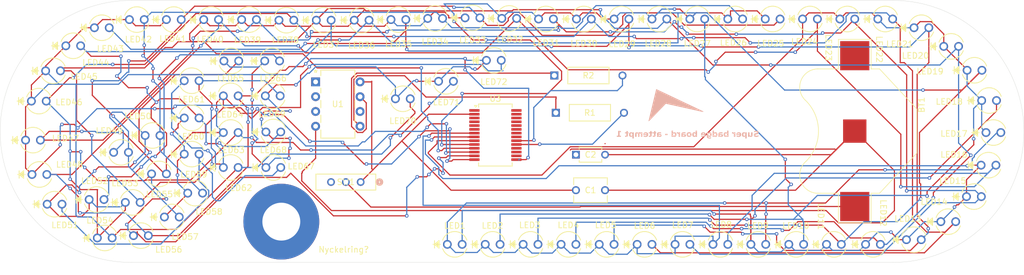
<source format=kicad_pcb>
(kicad_pcb (version 20240108) (generator "pcbnew") (generator_version "8.0")
  (layers (0 "F.Cu" signal) (31 "B.Cu" signal) (34 "B.Paste" user) (35 "F.Paste" user) (36 "B.SilkS" user "B.Silkscreen") (37 "F.SilkS" user "F.Silkscreen") (38 "B.Mask" user) (39 "F.Mask" user) (44 "Edge.Cuts" user))
  (net 0 "")
  (net 1 "Net-(BT1--)")
  (net 2 "Net-(U1-PB0_(MOSI{slash}DI{slash}SDA{slash}AIN0{slash}OC0A{slash}OC1A{slash}AREF{slash}PCINT0))")
  (net 3 "Net-(U1-PB2_(SCK{slash}USCK{slash}SCL{slash}ADC1{slash}T0{slash}INT0{slash}PCINT2))")
  (net 4 "Net-(BT1-+)")
  (net 10 "Net-(U1-VCC)")
  (net 11 "Net-(U3-CB2)")
  (net 12 "Net-(U3-CB1)")
  (net 13 "Net-(U3-CB3)")
  (net 14 "Net-(U3-CB4)")
  (net 15 "Net-(U3-CB5)")
  (net 16 "Net-(U3-CB6)")
  (net 17 "Net-(U3-CB7)")
  (net 18 "Net-(U3-CB8)")
  (net 19 "Net-(U3-CB9)")
  (net 20 "Net-(U3-SDA)")
  (net 21 "Net-(U3-SCL)")
  (footprint "footprints:LED_S03000_WRE" (layer "F.Cu") (at 106.9 72.4)
    (property "Reference" "LED39")
    (property "Value" "~")
  )
  (footprint "footprints:LED_S03000_WRE" (layer "F.Cu") (at 103.76 97.8)
    (property "Reference" "LED62")
    (property "Value" "~")
  )
  (footprint "footprints:LED_S03000_WRE" (layer "F.Cu") (at 97.06 89.3)
    (property "Reference" "LED60")
    (property "Value" "~")
  )
  (footprint "footprints:LED_S03000_WRE" (layer "F.Cu") (at 138.80025 72.2)
    (property "Reference" "LED34")
    (property "Value" "~")
  )
  (footprint "footprints:LED_S03000_WRE" (layer "F.Cu") (at 69.86 93.1)
    (property "Reference" "LED47")
    (property "Value" "~")
  )
  (footprint "footprints:LED_S03000_WRE" (layer "F.Cu") (at 157.80025 72.3)
    (property "Reference" "LED31")
    (property "Value" "~")
  )
  (footprint "footprints01uf:K104K10X7RF5UH5_VIS" (layer "F.Cu") (at 164.2 95.6)
    (property "Reference" "C2")
    (property "Value" "K104K10X7RF5UH5")
  )
  (footprint "footprints:LED_S03000_WRE" (layer "F.Cu") (at 148.86 79.4)
    (property "Reference" "LED72")
    (property "Value" "~")
  )
  (footprint "footprints:LED_S03000_WRE" (layer "F.Cu") (at 226.76 107.1)
    (property "Reference" "LED14")
    (property "Value" "~")
  )
  (footprint "footprints:LED_S03000_WRE" (layer "F.Cu") (at 209.46 72.3)
    (property "Reference" "LED23")
    (property "Value" "~")
  )
  (footprint "footprints:LED_S03000_WRE" (layer "F.Cu") (at 91.46 98.9)
    (property "Reference" "LED55")
    (property "Value" "~")
  )
  (footprint "footprints:LED_S03000_WRE" (layer "F.Cu") (at 168.2 111)
    (property "Reference" "LED5")
    (property "Value" "~")
  )
  (footprint "footprints:LED_S03000_WRE" (layer "F.Cu") (at 103.86 79.5)
    (property "Reference" "LED65")
    (property "Value" "~")
  )
  (footprint "footprints:LED_S03000_WRE" (layer "F.Cu") (at 151.5 72.2)
    (property "Reference" "LED32")
    (property "Value" "~")
  )
  (footprint "footprints:LED_S03000_WRE" (layer "F.Cu") (at 132.5 72.4)
    (property "Reference" "LED35")
    (property "Value" "~")
  )
  (footprint "footprints:LED_S03000_WRE" (layer "F.Cu") (at 70.96 99)
    (property "Reference" "LED48")
    (property "Value" "~")
  )
  (footprint "footprints:LED_S03000_WRE" (layer "F.Cu") (at 81.66025 73.8)
    (property "Reference" "LED43")
    (property "Value" "~")
  )
  (footprint "footprints:LED_S03000_WRE" (layer "F.Cu") (at 220.86 110.2)
    (property "Reference" "LED13")
    (property "Value" "~")
  )
  (footprint "footprints:LED_S03000_WRE" (layer "F.Cu") (at 133.26 86)
    (property "Reference" "LED70")
    (property "Value" "~")
  )
  (footprint "footprints:LED_S03000_WRE" (layer "F.Cu") (at 97.66 102.2)
    (property "Reference" "LED58")
    (property "Value" "~")
  )
  (footprint "footprints:LED_S03000_WRE" (layer "F.Cu") (at 174.7 111)
    (property "Reference" "LED6")
    (property "Value" "~")
  )
  (footprint "footprints:LED_S03000_WRE" (layer "F.Cu") (at 148.66 111)
    (property "Reference" "LED2")
    (property "Value" "~")
  )
  (footprint "footprints:LED_S03000_WRE" (layer "F.Cu") (at 88.36 109.5)
    (property "Reference" "LED56")
    (property "Value" "~")
  )
  (footprint "footprints:LED_S03000_WRE" (layer "F.Cu") (at 73.56 104.1)
    (property "Reference" "LED51")
    (property "Value" "~")
  )
  (footprint "Package_SO:SSOP-28_5.3x10.2mm_P0.65mm" (layer "F.Cu") (at 150.4 92.225)
    (property "Reference" "U3")
    (property "Value" "IS31FL3731-SA")
  )
  (footprint "footprints:LED_S03000_WRE" (layer "F.Cu") (at 119.7 72.5)
    (property "Reference" "LED37")
    (property "Value" "~")
  )
  (footprint "footprints:LED_S03000_WRE" (layer "F.Cu") (at 145.20025 72.1)
    (property "Reference" "LED33")
    (property "Value" "~")
  )
  (footprint "footprints:LED_S03000_WRE" (layer "F.Cu") (at 155.16 111)
    (property "Reference" "LED3")
    (property "Value" "~")
  )
  (footprint "footprints:LED_S03000_WRE" (layer "F.Cu") (at 93.66 106.3)
    (property "Reference" "LED57")
    (property "Value" "~")
  )
  (footprint "footprints:LED_S03000_WRE" (layer "F.Cu") (at 142.16 111)
    (property "Reference" "LED1")
    (property "Value" "~")
  )
  (footprint "footprints:LED_S03000_WRE" (layer "F.Cu") (at 84.96 95.2)
    (property "Reference" "LED49")
    (property "Value" "~")
  )
  (footprint "footprints:LED_S03000_WRE" (layer "F.Cu") (at 233.76 86.3)
    (property "Reference" "LED18")
    (property "Value" "~")
  )
  (footprint "footprints:LED_S03000_WRE" (layer "F.Cu") (at 215.96 72.3)
    (property "Reference" "LED22")
    (property "Value" "~")
  )
  (footprint "footprints:LED_S03000_WRE" (layer "F.Cu") (at 194.2 111)
    (property "Reference" "LED9")
    (property "Value" "~")
  )
  (footprint "footprints:LED_S03000_WRE" (layer "F.Cu") (at 213.86 111)
    (property "Reference" "LED12")
    (property "Value" "~")
  )
  (footprint "footprints:LED_S03000_WRE" (layer "F.Cu") (at 103.76 85.5)
    (property "Reference" "LED64")
    (property "Value" "~")
  )
  (footprint "footprints:LED_S03000_WRE" (layer "F.Cu") (at 113.3 72.5)
    (property "Reference" "LED38")
    (property "Value" "~")
  )
  (footprint "footprints:LED_S03000_WRE" (layer "F.Cu") (at 97.06 82.9)
    (property "Reference" "LED61")
    (property "Value" "~")
  )
  (footprint "footprints:LED_S03000_WRE" (layer "F.Cu") (at 94 72.4)
    (property "Reference" "LED41")
    (property "Value" "~")
  )
  (footprint "footprints:LED_S03000_WRE" (layer "F.Cu") (at 231.16 102.8)
    (property "Reference" "LED15")
    (property "Value" "~")
  )
  (footprint "footprints:LED_S03000_WRE" (layer "F.Cu") (at 110.86 79.5)
    (property "Reference" "LED66")
    (property "Value" "~")
  )
  (footprint "footprints:LED_S03000_WRE" (layer "F.Cu") (at 126.2 72.5)
    (property "Reference" "LED36")
    (property "Value" "~")
  )
  (footprint "footprints:LED_S03000_WRE" (layer "F.Cu") (at 227.26 77)
    (property "Reference" "LED20")
    (property "Value" "~")
  )
  (footprint "footprints:LED_S03000_WRE" (layer "F.Cu") (at 111.06 97.8)
    (property "Reference" "LED67")
    (property "Value" "~")
  )
  (footprint "footprints-10uf:CAP_FG20_TDK" (layer "F.Cu") (at 164.2 101.7)
    (property "Reference" "C1")
    (property "Value" "FG20X7R1H106KRT06")
  )
  (footprint "footprints:LED_S03000_WRE" (layer "F.Cu") (at 76.76025 76.9)
    (property "Reference" "LED44")
    (property "Value" "~")
  )
  (footprint "footprints:LED_S03000_WRE" (layer "F.Cu") (at 164.30025 72.3)
    (property "Reference" "LED30")
    (property "Value" "~")
  )
  (footprint "footprints:LED_S03000_WRE" (layer "F.Cu") (at 200.7 111)
    (property "Reference" "LED10")
    (property "Value" "~")
  )
  (footprint "footprints:LED_S03000_WRE" (layer "F.Cu") (at 177.24 72.3)
    (property "Reference" "LED28")
    (property "Value" "~")
  )
  (footprint "MountingHole:MountingHole_6.5mm_Pad_TopBottom" (layer "F.Cu") (at 113.7 107.1)
    (property "Reference" "Nyckelring?")
    (property "Value" "MountingHole_6.5mm_Pad_TopBottom")
  )
  (footprint "footprints:LED_S03000_WRE" (layer "F.Cu") (at 140.66 83)
    (property "Reference" "LED71")
    (property "Value" "~")
  )
  (footprint "footprints:LED_S03000_WRE" (layer "F.Cu") (at 161.66 111)
    (property "Reference" "LED4")
    (property "Value" "~")
  )
  (footprint "footprints:LED_S03000_WRE" (layer "F.Cu") (at 111.06025 91.7)
    (property "Reference" "LED68")
    (property "Value" "~")
  )
  (footprint "footprints:LED_S03000_WRE" (layer "F.Cu") (at 203.06 72.3)
    (property "Reference" "LED24")
    (property "Value" "~")
  )
  (footprint "footprints-resistor:YAG_CFR25_YAG" (layer "F.Cu") (at 160.5 82)
    (property "Reference" "R2")
    (property "Value" "CFR-25JB-52-20K")
  )
  (footprint "footprints:LED_S03000_WRE" (layer "F.Cu") (at 187.7 111)
    (property "Reference" "LED8")
    (property "Value" "~")
  )
  (footprint "footprints:LED_S03000_WRE" (layer "F.Cu") (at 80.76 103.3)
    (property "Reference" "LED52")
    (property "Value" "~")
  )
  (footprint "footprints:LED_S03000_WRE" (layer "F.Cu") (at 87.66025 72.4)
    (property "Reference" "LED42")
    (property "Value" "~")
  )
  (footprint "footprints:LED_S03000_WRE" (layer "F.Cu") (at 73.3 81.2)
    (property "Reference" "LED45")
    (property "Value" "~")
  )
  (footprint "footprints-resistor:YAG_CFR25_YAG" (layer "F.Cu") (at 160.758 88.4)
    (property "Reference" "R1")
    (property "Value" "CFR-25JB-52-20K")
  )
  (footprint "footprints:LED_S03000_WRE" (layer "F.Cu") (at 70.86 86.4)
    (property "Reference" "LED46")
    (property "Value" "~")
  )
  (footprint "footprints:LED_S03000_WRE" (layer "F.Cu") (at 233.66 97.4)
    (property "Reference" "LED16")
    (property "Value" "~")
  )
  (footprint "footprints:LED_S03000_WRE" (layer "F.Cu") (at 183.74 72.3)
    (property "Reference" "LED27")
    (property "Value" "~")
  )
  (footprint "footprints:SW3_MSS-102559-14A-D_CUD" (layer "F.Cu") (at 124.76 100.3)
    (property "Reference" "SW1")
    (property "Value" "MSS-102559-14A-D")
  )
  (footprint "footprints:LED_S03000_WRE" (layer "F.Cu") (at 207.16 111)
    (property "Reference" "LED11")
    (property "Value" "~")
  )
  (footprint "footprints:LED_S03000_WRE" (layer "F.Cu") (at 196.66 72.3)
    (property "Reference" "LED25")
    (property "Value" "~")
  )
  (footprint "footprints:LED_S03000_WRE" (layer "F.Cu") (at 100.40025 72.4)
    (property "Reference" "LED40")
    (property "Value" "~")
  )
  (footprint "footprints:LED_S03000_WRE" (layer "F.Cu") (at 86.96025 103.8)
    (property "Reference" "LED53")
    (property "Value" "~")
  )
  (footprint "footprints:LED_S03000_WRE" (layer "F.Cu") (at 97.06 95.5)
    (property "Reference" "LED59")
    (property "Value" "~")
  )
  (footprint "Battery:BatteryHolder_Multicomp_BC-2001_1x2032" (layer "F.Cu") (at 212 91.55 90)
    (property "Reference" "BT1")
    (property "Value" "Battery_Cell")
  )
  (footprint "footprints:LED_S03000_WRE" (layer "F.Cu") (at 231.26 81.1)
    (property "Reference" "LED19")
    (property "Value" "~")
  )
  (footprint "footprints:LED_S03000_WRE" (layer "F.Cu") (at 90.36 92.3)
    (property "Reference" "LED50")
    (property "Value" "~")
  )
  (footprint "footprints:LED_S03000_WRE" (layer "F.Cu") (at 82.16 109.9)
    (property "Reference" "LED54")
    (property "Value" "~")
  )
  (footprint "footprints:LED_S03000_WRE" (layer "F.Cu") (at 170.74 72.3)
    (property "Reference" "LED29")
    (property "Value" "~")
  )
  (footprint "footprints:LED_S03000_WRE" (layer "F.Cu") (at 181.2 111)
    (property "Reference" "LED7")
    (property "Value" "~")
  )
  (footprint "footprints:LED_S03000_WRE" (layer "F.Cu") (at 190.24 72.3)
    (property "Reference" "LED26")
    (property "Value" "~")
  )
  (footprint "footprints:8P3_ATM" (layer "F.Cu") (at 119.58 83.1)
    (property "Reference" "U1")
    (property "Value" "ATTINY85-20PU")
  )
  (footprint "footprints:LED_S03000_WRE" (layer "F.Cu") (at 222.16 73.8)
    (property "Reference" "LED21")
    (property "Value" "~")
  )
  (footprint "footprints:LED_S03000_WRE" (layer "F.Cu") (at 110.96025 85.5)
    (property "Reference" "LED69")
    (property "Value" "~")
  )
  (footprint "footprints:LED_S03000_WRE" (layer "F.Cu") (at 234.5 91.8)
    (property "Reference" "LED17")
    (property "Value" "~")
  )
  (footprint "footprints:LED_S03000_WRE" (layer "F.Cu") (at 103.76 91.8)
    (property "Reference" "LED63")
    (property "Value" "~")
  )
  (gr_poly (pts (xy 186 88.2) (xy 178 84.4) (xy 176.7 89.8) (xy 179.6 86.8) (xy 185.9 88.2)) (stroke (width 0.1)) (fill solid) (layer "B.SilkS"))
  (gr_line (start 218.5 69.1) (end 88 69.1) (stroke (width 0.05)) (layer "Edge.Cuts"))
  (gr_arc (start 218.5 69.1) (mid 241 91.6) (end 218.5 114.1) (stroke (width 0.05)) (layer "Edge.Cuts"))
  (gr_arc (start 88 114.1) (mid 65.5 91.6) (end 88 69.1) (stroke (width 0.05)) (layer "Edge.Cuts"))
  (gr_line (start 88 114.1) (end 218.5 114.1) (stroke (width 0.05)) (layer "Edge.Cuts"))
  (gr_text "Super badge board - attempt 1" (at 195.6 92.7 0) (layer "B.SilkS") (effects (font (size 1 1) (thickness 0.2) (bold yes)) (justify left bottom mirror)))
  (segment (start 201.85 101.7) (end 212 91.55) (width 0.2) (layer "F.Cu") (net 1))
  (segment (start 169.2 95.60001) (end 169.19999 95.6) (width 0.2) (layer "F.Cu") (net 1))
  (segment (start 117.3 98.5) (end 117.3 98.7) (width 0.2) (layer "F.Cu") (net 1))
  (segment (start 119.58 90.72) (end 119.58 96.22) (width 0.2) (layer "F.Cu") (net 1))
  (segment (start 218.8 105.2) (end 218.8 98.35) (width 0.2) (layer "F.Cu") (net 1))
  (segment (start 208.75 94.8) (end 208.5896 94.6396) (width 0.2) (layer "F.Cu") (net 1))
  (segment (start 117.3 98.7) (end 117.2 98.8) (width 0.2) (layer "F.Cu") (net 1))
  (segment (start 208.5896 94.6396) (end 163.4 94.6396) (width 0.2) (layer "F.Cu") (net 1))
  (segment (start 169.2 101.7) (end 201.85 101.7) (width 0.2) (layer "F.Cu") (net 1))
  (segment (start 207.95 95.6) (end 212 91.55) (width 0.2) (layer "F.Cu") (net 1))
  (segment (start 163.4 94.6396) (end 163.2396 94.8) (width 0.2) (layer "F.Cu") (net 1))
  (segment (start 117.2 98.8) (end 117.2 100.1) (width 0.2) (layer "F.Cu") (net 1))
  (segment (start 117.2 100.1) (end 122.3 105.2) (width 0.2) (layer "F.Cu") (net 1))
  (segment (start 122.3 105.2) (end 207.1 105.2) (width 0.2) (layer "F.Cu") (net 1))
  (segment (start 216.7 107.3) (end 218.8 105.2) (width 0.2) (layer "F.Cu") (net 1))
  (segment (start 169.19999 95.6) (end 207.95 95.6) (width 0.2) (layer "F.Cu") (net 1))
  (segment (start 119.58 96.22) (end 117.3 98.5) (width 0.2) (layer "F.Cu") (net 1))
  (segment (start 207.1 105.2) (end 209.2 107.3) (width 0.2) (layer "F.Cu") (net 1))
  (segment (start 212 91.55) (end 208.75 94.8) (width 0.2) (layer "F.Cu") (net 1))
  (segment (start 218.8 98.35) (end 212 91.55) (width 0.2) (layer "F.Cu") (net 1))
  (segment (start 209.2 107.3) (end 216.7 107.3) (width 0.2) (layer "F.Cu") (net 1))
  (segment (start 134.838 82.038) (end 138.5 85.7) (width 0.2) (layer "F.Cu") (net 2))
  (segment (start 126.138 82.660105) (end 126.760105 82.038) (width 0.2) (layer "F.Cu") (net 2))
  (segment (start 127.2 90.72) (end 126.138 89.658) (width 0.2) (layer "F.Cu") (net 2))
  (segment (start 160.8 86) (end 160.758 86.042) (width 0.2) (layer "F.Cu") (net 2))
  (segment (start 126.138 89.658) (end 126.138 82.660105) (width 0.2) (layer "F.Cu") (net 2))
  (segment (start 126.760105 82.038) (end 134.838 82.038) (width 0.2) (layer "F.Cu") (net 2))
  (segment (start 160.758 86.042) (end 160.758 88.4) (width 0.2) (layer "F.Cu") (net 2))
  (segment (start 160.8 85.7) (end 160.8 86) (width 0.2) (layer "F.Cu") (net 2))
  (segment (start 138.5 85.7) (end 160.8 85.7) (width 0.2) (layer "F.Cu") (net 2))
  (segment (start 128.262 91.159895) (end 127.639895 91.782) (width 0.2) (layer "F.Cu") (net 3))
  (segment (start 126.760105 91.782) (end 125.738 90.759895) (width 0.2) (layer "F.Cu") (net 3))
  (segment (start 128.262 86.702) (end 128.262 91.159895) (width 0.2) (layer "F.Cu") (net 3))
  (segment (start 160.1 81.6) (end 160.5 82) (width 0.2) (layer "F.Cu") (net 3))
  (segment (start 126.632419 81.6) (end 160.1 81.6) (width 0.2) (layer "F.Cu") (net 3))
  (segment (start 125.738 82.494419) (end 126.632419 81.6) (width 0.2) (layer "F.Cu") (net 3))
  (segment (start 125.738 90.759895) (end 125.738 82.494419) (width 0.2) (layer "F.Cu") (net 3))
  (segment (start 127.639895 91.782) (end 126.760105 91.782) (width 0.2) (layer "F.Cu") (net 3))
  (segment (start 127.2 85.64) (end 128.262 86.702) (width 0.2) (layer "F.Cu") (net 3))
  (segment (start 165.005868 104.5) (end 212 104.5) (width 0.2) (layer "F.Cu") (net 4))
  (segment (start 124.76 100.3) (end 129.06 104.6) (width 0.2) (layer "F.Cu") (net 4))
  (segment (start 129.06 104.6) (end 164.905868 104.6) (width 0.2) (layer "F.Cu") (net 4))
  (segment (start 164.905868 104.6) (end 165.005868 104.5) (width 0.2) (layer "F.Cu") (net 4))
  (segment (start 134.35 93.25) (end 138.95 88.65) (width 0.2) (layer "F.Cu") (net 10))
  (segment (start 138.95 88.65) (end 146.8 88.65) (width 0.2) (layer "F.Cu") (net 10))
  (segment (start 129.1 83.1) (end 129.2 83) (width 0.2) (layer "F.Cu") (net 10))
  (segment (start 129.2 98) (end 129.4 98.2) (width 0.2) (layer "F.Cu") (net 10))
  (segment (start 127.2 83.1) (end 129.1 83.1) (width 0.2) (layer "F.Cu") (net 10))
  (segment (start 134.35 93.25) (end 129.4 98.2) (width 0.2) (layer "F.Cu") (net 10))
  (segment (start 142.8 101.7) (end 134.35 93.25) (width 0.2) (layer "F.Cu") (net 10))
  (segment (start 129.4 98.2) (end 127.3 100.3) (width 0.2) (layer "F.Cu") (net 10))
  (segment (start 164.2 101.7) (end 142.8 101.7) (width 0.2) (layer "F.Cu") (net 10))
  (segment (start 129.2 83) (end 129.2 98) (width 0.2) (layer "F.Cu") (net 10))
  (segment (start 164.200005 95.60001) (end 164.199995 95.6) (width 0.2) (layer "F.Cu") (net 10))
  (segment (start 194.1 105.8) (end 194.1 106.1) (width 0.2) (layer "F.Cu") (net 11))
  (segment (start 236.3 88.1) (end 236.3 86.3) (width 0.2) (layer "F.Cu") (net 11))
  (segment (start 229.1 104.6) (end 229.5 104.2) (width 0.2) (layer "F.Cu") (net 11))
  (segment (start 224.8 99.6) (end 236.3 88.1) (width 0.2) (layer "F.Cu") (net 11))
  (segment (start 194.2 106.2) (end 194.2 111) (width 0.2) (layer "F.Cu") (net 11))
  (segment (start 90.2 78.4) (end 90 78.6) (width 0.2) (layer "F.Cu") (net 11))
  (segment (start 90.2 76.8) (end 90.2 78.4) (width 0.2) (layer "F.Cu") (net 11))
  (segment (start 92.8 82) (end 95.8 79) (width 0.2) (layer "F.Cu") (net 11))
  (segment (start 145.698571 92.601429) (end 145.75 92.55) (width 0.2) (layer "F.Cu") (net 11))
  (segment (start 231.16 99.9) (end 233.66 97.4) (width 0.2) (layer "F.Cu") (net 11))
  (segment (start 139.443761 93.065642) (end 139.959403 92.55) (width 0.2) (layer "F.Cu") (net 11))
  (segment (start 219.5 110.2) (end 220.86 110.2) (width 0.2) (layer "F.Cu") (net 11))
  (segment (start 231.16 102.8) (end 231.16 99.9) (width 0.2) (layer "F.Cu") (net 11))
  (segment (start 194.2 106.8) (end 194.2 111) (width 0.2) (layer "F.Cu") (net 11))
  (segment (start 194.9 106.1) (end 194.2 106.8) (width 0.2) (layer "F.Cu") (net 11))
  (segment (start 231.4 97.4) (end 231.3 97.5) (width 0.2) (layer "F.Cu") (net 11))
  (segment (start 233.66 97.4) (end 231.4 97.4) (width 0.2) (layer "F.Cu") (net 11))
  (segment (start 139.959403 92.55) (end 146.8 92.55) (width 0.2) (layer "F.Cu") (net 11))
  (segment (start 229.5 104.2) (end 229.76 104.2) (width 0.2) (layer "F.Cu") (net 11))
  (segment (start 229.76 104.2) (end 231.16 102.8) (width 0.2) (layer "F.Cu") (net 11))
  (segment (start 145.75 92.55) (end 146.8 92.55) (width 0.2) (layer "F.Cu") (net 11))
  (segment (start 91.7 80.8) (end 91.7 82.9) (width 0.2) (layer "F.Cu") (net 11))
  (segment (start 218.2 108.9) (end 219.5 110.2) (width 0.2) (layer "F.Cu") (net 11))
  (segment (start 194.1 106.1) (end 194.2 106.2) (width 0.2) (layer "F.Cu") (net 11))
  (segment (start 187.9 105.8) (end 194.1 105.8) (width 0.2) (layer "F.Cu") (net 11))
  (segment (start 92.8 82.5) (end 92.8 82) (width 0.2) (layer "F.Cu") (net 11))
  (via (at 218.2 108.9) (size 0.6) (drill 0.3) (layers "F.Cu" "B.Cu") (net 11))
  (via (at 229.1 104.6) (size 0.6) (drill 0.3) (layers "F.Cu" "B.Cu") (net 11))
  (via (at 91.7 80.8) (size 0.6) (drill 0.3) (layers "F.Cu" "B.Cu") (net 11))
  (via (at 90.2 76.8) (size 0.6) (drill 0.3) (layers "F.Cu" "B.Cu") (net 11))
  (via (at 224.8 99.6) (size 0.6) (drill 0.3) (layers "F.Cu" "B.Cu") (net 11))
  (via (at 231.3 97.5) (size 0.6) (drill 0.3) (layers "F.Cu" "B.Cu") (net 11))
  (via (at 91.7 82.9) (size 0.6) (drill 0.3) (layers "F.Cu" "B.Cu") (net 11))
  (via (at 187.9 105.8) (size 0.6) (drill 0.3) (layers "F.Cu" "B.Cu") (net 11))
  (via (at 92.8 82.5) (size 0.6) (drill 0.3) (layers "F.Cu" "B.Cu") (net 11))
  (via (at 90 78.6) (size 0.6) (drill 0.3) (layers "F.Cu" "B.Cu") (net 11))
  (via (at 95.8 79) (size 0.6) (drill 0.3) (layers "F.Cu" "B.Cu") (net 11))
  (via (at 139.443761 93.065642) (size 0.6) (drill 0.3) (layers "F.Cu" "B.Cu") (net 11))
  (via (at 194.9 106.1) (size 0.6) (drill 0.3) (layers "F.Cu" "B.Cu") (net 11))
  (segment (start 139.409403 93.1) (end 139.443761 93.065642) (width 0.2) (layer "B.Cu") (net 11))
  (segment (start 215.96 108.9) (end 218.2 108.9) (width 0.2) (layer "B.Cu") (net 11))
  (segment (start 223.96 107.1) (end 226.76 107.1) (width 0.2) (layer "B.Cu") (net 11))
  (segment (start 229.1 104.76) (end 229.1 104.6) (width 0.2) (layer "B.Cu") (net 11))
  (segment (start 93.6 95.6) (end 93.6 83.3) (width 0.2) (layer "B.Cu") (net 11))
  (segment (start 96.3493 78.4507) (end 112.3507 78.4507) (width 0.2) (layer "B.Cu") (net 11))
  (segment (start 140.7 99) (end 140.7 97.8) (width 0.2) (layer "B.Cu") (net 11))
  (segment (start 187.3 105.2) (end 187.9 105.8) (width 0.2) (layer "B.Cu") (net 11))
  (segment (start 212.8107 112.0493) (end 213.86 111) (width 0.2) (layer "B.Cu") (net 11))
  (segment (start 93.6 95.6) (end 100.2 102.2) (width 0.2) (layer "B.Cu") (net 11))
  (segment (start 164.184185 73.9) (end 161.748529 73.9) (width 0.2) (layer "B.Cu") (net 11))
  (segment (start 161.448529 73.6) (end 160.951471 73.6) (width 0.2) (layer "B.Cu") (net 11))
  (segment (start 95.8 79) (end 96.3493 78.4507) (width 0.2) (layer "B.Cu") (net 11))
  (segment (start 160.951471 73.6) (end 160.751471 73.8) (width 0.2) (layer "B.Cu") (net 11))
  (segment (start 93.6 83.3) (end 92.8 82.5) (width 0.2) (layer "B.Cu") (net 11))
  (segment (start 161.748529 73.9) (end 161.448529 73.6) (width 0.2) (layer "B.Cu") (net 11))
  (segment (start 138.4 95.5) (end 138.4 93.1) (width 0.2) (layer "B.Cu") (net 11))
  (segment (start 92.9 92.3) (end 92.9 94.9) (width 0.2) (layer "B.Cu") (net 11))
  (segment (start 165.34955 72.734635) (end 164.184185 73.9) (width 0.2) (layer "B.Cu") (net 11))
  (segment (start 161.3 97.5) (end 159.1 99.7) (width 0.2) (layer "B.Cu") (net 11))
  (segment (start 194.9 106.1) (end 194.9 104.951471) (width 0.2) (layer "B.Cu") (net 11))
  (segment (start 142.94025 73.8) (end 141.34025 72.2) (width 0.2) (layer "B.Cu") (net 11))
  (segment (start 160.751471 73.8) (end 142.94025 73.8) (width 0.2) (layer "B.Cu") (net 11))
  (segment (start 144.7 111) (end 144.7 105.2) (width 0.2) (layer "B.Cu") (net 11))
  (segment (start 167.656315 70) (end 165.34955 72.306765) (width 0.2) (layer "B.Cu") (net 11))
  (segment (start 91.7 80.3) (end 91.7 80.8) (width 0.2) (layer "B.Cu") (net 11))
  (segment (start 91.7 82.9) (end 92.9 84.1) (width 0.2) (layer "B.Cu") (net 11))
  (segment (start 208.2093 112.0493) (end 212.8107 112.0493) (width 0.2) (layer "B.Cu") (net 11))
  (segment (start 90.20025 76.79975) (end 90.2 76.8) (width 0.2) (layer "B.Cu") (net 11))
  (segment (start 194.9 104.951471) (end 200.251471 99.6) (width 0.2) (layer "B.Cu") (net 11))
  (segment (start 112.3507 78.4507) (end 113.4 79.5) (width 0.2) (layer "B.Cu") (net 11))
  (segment (start 200.7 111) (end 201.7493 112.0493) (width 0.2) (layer "B.Cu") (net 11))
  (segment (start 140.29095 71.1507) (end 91.44955 71.1507) (width 0.2) (layer "B.Cu") (net 11))
  (segment (start 90.20025 72.4) (end 90.20025 76.79975) (width 0.2) (layer "B.Cu") (net 11))
  (segment (start 207.16 111) (end 208.2093 112.0493) (width 0.2) (layer "B.Cu") (net 11))
  (segment (start 226.76 107.1) (end 229.1 104.76) (width 0.2) (layer "B.Cu") (net 11))
  (segment (start 92.9 84.1) (end 92.9 92.3) (width 0.2) (layer "B.Cu") (net 11))
  (segment (start 220.86 110.2) (end 223.96 107.1) (width 0.2) (layer "B.Cu") (net 11))
  (segment (start 138.4 93.1) (end 139.409403 93.1) (width 0.2) (layer "B.Cu") (net 11))
  (segment (start 213.86 111) (end 215.96 108.9) (width 0.2) (layer "B.Cu") (net 11))
  (segment (start 144.7 105.2) (end 187.3 105.2) (width 0.2) (layer "B.Cu") (net 11))
  (segment (start 199.4 112.3) (end 200.7 111) (width 0.2) (layer "B.Cu") (net 11))
  (segment (start 92.9 94.9) (end 93.6 95.6) (width 0.2) (layer "B.Cu") (net 11))
  (segment (start 195.5 112.3) (end 199.4 112.3) (width 0.2) (layer "B.Cu") (net 11))
  (segment (start 141.4 99.7) (end 140.7 99) (width 0.2) (layer "B.Cu") (net 11))
  (segment (start 194.2 111) (end 195.5 112.3) (width 0.2) (layer "B.Cu") (net 11))
  (segment (start 206.1107 112.0493) (end 207.16 111) (width 0.2) (layer "B.Cu") (net 11))
  (segment (start 190.48 70) (end 167.656315 70) (width 0.2) (layer "B.Cu") (net 11))
  (segment (start 141.34025 72.2) (end 140.29095 71.1507) (width 0.2) (layer "B.Cu") (net 11))
  (segment (start 159.1 99.7) (end 141.4 99.7) (width 0.2) (layer "B.Cu") (net 11))
  (segment (start 90 78.6) (end 91.7 80.3) (width 0.2) (layer "B.Cu") (net 11))
  (segment (start 201.7493 112.0493) (end 206.1107 112.0493) (width 0.2) (layer "B.Cu") (net 11))
  (segment (start 231.3 97.5) (end 161.3 97.5) (width 0.2) (layer "B.Cu") (net 11))
  (segment (start 192.78 72.3) (end 190.48 70) (width 0.2) (layer "B.Cu") (net 11))
  (segment (start 165.34955 72.306765) (end 165.34955 72.734635) (width 0.2) (layer "B.Cu") (net 11))
  (segment (start 140.7 97.8) (end 138.4 95.5) (width 0.2) (layer "B.Cu") (net 11))
  (segment (start 200.251471 99.6) (end 224.8 99.6) (width 0.2) (layer "B.Cu") (net 11))
  (segment (start 91.44955 71.1507) (end 90.20025 72.4) (width 0.2) (layer "B.Cu") (net 11))
  (segment (start 151.783935 73.4) (end 149.04025 73.4) (width 0.2) (layer "F.Cu") (net 12))
  (segment (start 90.334314 79.5) (end 90.934314 78.9) (width 0.2) (layer "F.Cu") (net 12))
  (segment (start 152.6 72.156065) (end 152.6 72.583935) (width 0.2) (layer "F.Cu") (net 12))
  (segment (start 154.474635 71.1507) (end 153.605365 71.1507) (width 0.2) (layer "F.Cu") (net 12))
  (segment (start 87.55 79.5) (end 90.334314 79.5) (width 0.2) (layer "F.Cu") (net 12))
  (segment (start 212.7 98.2) (end 217.2 98.2) (width 0.2) (layer "F.Cu") (net 12))
  (segment (start 180.699229 71.2507) (end 172.845365 71.2507) (width 0.2) (layer "F.Cu") (net 12))
  (segment (start 81.3 82.9) (end 81.3 85.4) (width 0.2) (layer "F.Cu") (net 12))
  (segment (start 139 92.4) (end 139.5 91.9) (width 0.2) (layer "F.Cu") (net 12))
  (segment (start 143.3 70.3) (end 143.1 70.1) (width 0.2) (layer "F.Cu") (net 12))
  (segment (start 198.1507 73.3493) (end 182.797829 73.3493) (width 0.2) (layer "F.Cu") (net 12))
  (segment (start 89.3107 93.3107) (end 89.3107 88.0893) (width 0.2) (layer "F.Cu") (net 12))
  (segment (start 199.2 72.3) (end 198.1507 73.3493) (width 0.2) (layer "F.Cu") (net 12))
  (segment (start 149.04025 73.4) (end 147.74025 72.1) (width 0.2) (layer "F.Cu") (net 12))
  (segment (start 104.0493 81.8507) (end 106.4 79.5) (width 0.2) (layer "F.Cu") (net 12))
  (segment (start 81.3 85.4) (end 84.9 89) (width 0.2) (layer "F.Cu") (net 12))
  (segment (start 98.84 70.1) (end 96.54 72.4) (width 0.2) (layer "F.Cu") (net 12))
  (segment (start 158.423935 75.1) (end 154.474635 71.1507) (width 0.2) (layer "F.Cu") (net 12))
  (segment (start 96.54 73.318249) (end 96.54 72.4) (width 0.2) (layer "F.Cu") (net 12))
  (segment (start 95.5493 81.8507) (end 104.0493 81.8507) (width 0.2) (layer "F.Cu") (net 12))
  (segment (start 143.1 70.1) (end 98.84 70.1) (width 0.2) (layer "F.Cu") (net 12))
  (segment (start 90.934314 78.9) (end 90.958249 78.9) (width 0.2) (layer "F.Cu") (net 12))
  (segment (start 172.2307 71.865365) (end 172.2307 73.217829) (width 0.2) (layer "F.Cu") (net 12))
  (segment (start 89.3107 88.0893) (end 95.5493 81.8507) (width 0.2) (layer "F.Cu") (net 12))
  (segment (start 90.958249 78.9) (end 96.54 73.318249) (width 0.2) (layer "F.Cu") (net 12))
  (segment (start 153.605365 71.1507) (end 152.6 72.156065) (width 0.2) (layer "F.Cu") (net 12))
  (segment (start 196.8 103.9) (end 207 103.9) (width 0.2) (layer "F.Cu") (net 12))
  (segment (start 152.6 72.583935) (end 151.783935 73.4) (width 0.2) (layer "F.Cu") (net 12))
  (segment (start 172.845365 71.2507) (end 172.2307 71.865365) (width 0.2) (layer "F.Cu") (net 12))
  (segment (start 189.7 103.9) (end 196.8 103.9) (width 0.2) (layer "F.Cu") (net 12))
  (segment (start 196.74 105.86) (end 196.74 111) (width 0.2) (layer "F.Cu") (net 12))
  (segment (start 196.8 105.8) (end 196.74 105.86) (width 0.2) (layer "F.Cu") (net 12))
  (segment (start 170.348529 75.1) (end 158.423935 75.1) (width 0.2) (layer "F.Cu") (net 12))
  (segment (start 182.797829 73.3493) (end 180.699229 71.2507) (width 0.2) (layer "F.Cu") (net 12))
  (segment (start 139.5 91.9) (end 146.8 91.9) (width 0.2) (layer "F.Cu") (net 12))
  (segment (start 172.2307 73.217829) (end 170.348529 75.1) (width 0.2) (layer "F.Cu") (net 12))
  (segment (start 207 103.9) (end 212.7 98.2) (width 0.2) (layer "F.Cu") (net 12))
  (segment (start 91.2 95.2) (end 89.3107 93.3107) (width 0.2) (layer "F.Cu") (net 12))
  (via (at 84.9 89) (size 0.6) (drill 0.3) (layers "F.Cu" "B.Cu") (net 12))
  (via (at 143.3 70.3) (size 0.6) (drill 0.3) (layers "F.Cu" "B.Cu") (net 12))
  (via (at 87.55 79.5) (size 0.6) (drill 0.3) (layers "F.Cu" "B.Cu") (net 12))
  (via (at 217.2 98.2) (size 0.6) (drill 0.3) (layers "F.Cu" "B.Cu") (net 12))
  (via (at 189.7 103.9) (size 0.6) (drill 0.3) (layers "F.Cu" "B.Cu") (net 12))
  (via (at 91.2 95.2) (size 0.6) (drill 0.3) (layers "F.Cu" "B.Cu") (net 12))
  (via (at 196.8 105.8) (size 0.6) (drill 0.3) (layers "F.Cu" "B.Cu") (net 12))
  (via (at 139 92.4) (size 0.6) (drill 0.3) (layers "F.Cu" "B.Cu") (net 12))
  (via (at 196.8 103.9) (size 0.6) (drill 0.3) (layers "F.Cu" "B.Cu") (net 12))
  (via (at 81.3 82.9) (size 0.6) (drill 0.3) (layers "F.Cu" "B.Cu") (net 12))
  (segment (start 156.66 112.5) (end 160.16 112.5) (width 0.2) (layer "B.Cu") (net 12))
  (segment (start 169.9 112.7) (end 173 112.7) (width 0.2) (layer "B.Cu") (net 12))
  (segment (start 85.834314 82.9) (end 87.283614 81.4507) (width 0.2) (layer "B.Cu") (net 12))
  (segment (start 87.5 95.2) (end 87.5 97.6) (width 0.2) (layer "B.Cu") (net 12))
  (segment (start 84.9 89) (end 87.5 91.6) (width 0.2) (layer "B.Cu") (net 12))
  (segment (start 150.06 112.4) (end 153.76 112.4) (width 0.2) (layer "B.Cu") (net 12))
  (segment (start 88.15 98.25) (end 96.2 106.3) (width 0.2) (layer "B.Cu") (net 12))
  (segment (start 142.16 111) (end 143.56 112.4) (width 0.2) (layer "B.Cu") (net 12))
  (segment (start 181.2 111) (end 181.2 109.6) (width 0.2) (layer "B.Cu") (net 12))
  (segment (start 187.7 109.6) (end 187.7 111) (width 0.2) (layer "B.Cu") (net 12))
  (segment (start 138 104.3) (end 138 92.4) (width 0.2) (layer "B.Cu") (net 12))
  (segment (start 162.7493 112.0493) (end 163.2 112.5) (width 0.2) (layer "B.Cu") (net 12))
  (segment (start 188.8 104.3) (end 138 104.3) (width 0.2) (layer "B.Cu") (net 12))
  (segment (start 188.8 109.9) (end 188.8 104.3) (width 0.2) (layer "B.Cu") (net 12))
  (segment (start 88.15 98.198529) (end 91.148529 95.2) (width 0.2) (layer "B.Cu") (net 12))
  (segment (start 166.7 112.5) (end 168.2 111) (width 0.2) (layer "B.Cu") (net 12))
  (segment (start 163.2 112.5) (end 166.7 112.5) (width 0.2) (layer "B.Cu") (net 12))
  (segment (start 138 92.4) (end 139 92.4) (width 0.2) (layer "B.Cu") (net 12))
  (segment (start 147.26 112.4) (end 148.66 111) (width 0.2) (layer "B.Cu") (net 12))
  (segment (start 232.5 95.948529) (end 232.5 95.7) (width 0.2) (layer "B.Cu") (net 12))
  (segment (start 87.5 91.6) (end 87.5 95.2) (width 0.2) (layer "B.Cu") (net 12))
  (segment (start 147.74025 72.1) (end 145.94025 70.3) (width 0.2) (layer "B.Cu") (net 12))
  (segment (start 81.3 82.9) (end 85.834314 82.9) (width 0.2) (layer "B.Cu") (net 12))
  (segment (start 143.56 112.4) (end 147.26 112.4) (width 0.2) (layer "B.Cu") (net 12))
  (segment (start 173 112.7) (end 174.7 111) (width 0.2) (layer "B.Cu") (net 12))
  (segment (start 181.2 109.6) (end 187.7 109.6) (width 0.2) (layer "B.Cu") (net 12))
  (segment (start 181.2 112.6) (end 181.2 111) (width 0.2) (layer "B.Cu") (net 12))
  (segment (start 196.8 105.8) (end 196.8 103.9) (width 0.2) (layer "B.Cu") (net 12))
  (segment (start 174.7 111) (end 174.7 112.6) (width 0.2) (layer "B.Cu") (net 12))
  (segment (start 153.76 112.4) (end 155.16 111) (width 0.2) (layer "B.Cu") (net 12))
  (segment (start 87.55 81.4507) (end 87.55 79.5) (width 0.2) (layer "B.Cu") (net 12))
  (segment (start 174.7 112.6) (end 181.2 112.6) (width 0.2) (layer "B.Cu") (net 12))
  (segment (start 168.2 111) (end 169.9 112.7) (width 0.2) (layer "B.Cu") (net 12))
  (segment (start 161.66 111) (end 162.7093 112.0493) (width 0.2) (layer "B.Cu") (net 12))
  (segment (start 232.5 95.7) (end 236.4 91.8) (width 0.2) (layer "B.Cu") (net 12))
  (segment (start 142.16 111) (end 142.16 107.174315) (width 0.2) (layer "B.Cu") (net 12))
  (segment (start 142.16 107.174315) (end 145.434315 103.9) (width 0.2) (layer "B.Cu") (net 12))
  (segment (start 160.16 112.5) (end 161.66 111) (width 0.2) (layer "B.Cu") (net 12))
  (segment (start 187.7 111) (end 188.8 109.9) (width 0.2) (layer "B.Cu") (net 12))
  (segment (start 162.7093 112.0493) (end 162.7493 112.0493) (width 0.2) (layer "B.Cu") (net 12))
  (segment (start 236.4 91.8) (end 237.04 91.8) (width 0.2) (layer "B.Cu") (net 12))
  (segment (start 148.66 111) (end 150.06 112.4) (width 0.2) (layer "B.Cu") (net 12))
  (segment (start 232.148529 98.2) (end 232.148529 96.3) (width 0.2) (layer "B.Cu") (net 12))
  (segment (start 145.94025 70.3) (end 143.3 70.3) (width 0.2) (layer "B.Cu") (net 12))
  (segment (start 145.434315 103.9) (end 189.7 103.9) (width 0.2) (layer "B.Cu") (net 12))
  (segment (start 87.283614 81.4507) (end 87.55 81.4507) (width 0.2) (layer "B.Cu") (net 12))
  (segment (start 91.148529 95.2) (end 91.2 95.2) (width 0.2) (layer "B.Cu") (net 12))
  (segment (start 217.2 98.2) (end 232.148529 98.2) (width 0.2) (layer "B.Cu") (net 12))
  (segment (start 232.148529 96.3) (end 232.5 95.948529) (width 0.2) (layer "B.Cu") (net 12))
  (segment (start 88.15 98.25) (end 88.15 98.198529) (width 0.2) (layer "B.Cu") (net 12))
  (segment (start 87.5 97.6) (end 88.15 98.25) (width 0.2) (layer "B.Cu") (net 12))
  (segment (start 155.16 111) (end 156.66 112.5) (width 0.2) (layer "B.Cu") (net 12))
  (segment (start 132.8 76.5) (end 117.8 76.5) (width 0.2) (layer "F.Cu") (net 13))
  (segment (start 215.96 72.3) (end 214.9107 71.2507) (width 0.2) (layer "F.Cu") (net 13))
  (segment (start 138.9 95.2) (end 140.4 93.7) (width 0.2) (layer "F.Cu") (net 13))
  (segment (start 214.9107 71.2507) (end 210.5093 71.2507) (width 0.2) (layer "F.Cu") (net 13))
  (segment (start 231.26 81) (end 231.26 81.1) (width 0.2) (layer "F.Cu") (net 13))
  (segment (start 135.04 72.4) (end 135.04 74.26) (width 0.2) (layer "F.Cu") (net 13))
  (segment (start 135.04 76.94) (end 135.04 72.4) (width 0.2) (layer "F.Cu") (net 13))
  (segment (start 208.4107 71.2507) (end 204.1093 71.2507) (width 0.2) (layer "F.Cu") (net 13))
  (segment (start 225.134635 72.7507) (end 227.26 74.876065) (width 0.2) (layer "F.Cu") (net 13))
  (segment (start 187.9 106.7) (end 193.5 106.7) (width 0.2) (layer "F.Cu") (net 13))
  (segment (start 227.26 74.876065) (end 227.26 77) (width 0.2) (layer "F.Cu") (net 13))
  (segment (start 140.4 93.7) (end 140.4 93.2) (width 0.2) (layer "F.Cu") (net 13))
  (segment (start 232.4 93.9) (end 232.4 92.9) (width 0.2) (layer "F.Cu") (net 13))
  (segment (start 135.2 77.5) (end 135.2 77.1) (width 0.2) (layer "F.Cu") (net 13))
  (segment (start 203.06 72.3) (end 203.06 75.588529) (width 0.2) (layer "F.Cu") (net 13))
  (segment (start 210.5093 71.2507) (end 209.46 72.3) (width 0.2) (layer "F.Cu") (net 13))
  (segment (start 204.1093 71.2507) (end 203.06 72.3) (width 0.2) (layer "F.Cu") (net 13))
  (segment (start 203.06 75.588529) (end 184.408929 94.2396) (width 0.2) (layer "F.Cu") (net 13))
  (segment (start 135.04 74.26) (end 132.8 76.5) (width 0.2) (layer "F.Cu") (net 13))
  (segment (start 184.408929 94.2396) (end 163.234314 94.2396) (width 0.2) (layer "F.Cu") (net 13))
  (segment (start 232.4 92.9) (end 232.374265 92.874265) (width 0.2) (layer "F.Cu") (net 13))
  (segment (start 223.2093 72.7507) (end 225.134635 72.7507) (width 0.2) (layer "F.Cu") (net 13))
  (segment (start 227.26 77) (end 231.26 81) (width 0.2) (layer "F.Cu") (net 13))
  (segment (start 222.16 73.8) (end 223.2093 72.7507) (width 0.2) (layer "F.Cu") (net 13))
  (segment (start 135.2 77.1) (end 135.04 76.94) (width 0.2) (layer "F.Cu") (net 13))
  (segment (start 142.6 99.1) (end 138.9 95.4) (width 0.2) (layer "F.Cu") (net 13))
  (segment (start 201.1 100.7) (end 200.1 99.7) (width 0.2) (layer "F.Cu") (net 13))
  (segment (start 158.373914 99.1) (end 142.6 99.1) (width 0.2) (layer "F.Cu") (net 13))
  (segment (start 224.4 101.9) (end 232.4 93.9) (width 0.2) (layer "F.Cu") (net 13))
  (segment (start 200.1 99.7) (end 200.1 96.4) (width 0.2) (layer "F.Cu") (net 13))
  (segment (start 224.4 102.7) (end 224.4 101.9) (width 0.2) (layer "F.Cu") (net 13))
  (segment (start 163.234314 94.2396) (end 158.373914 99.1) (width 0.2) (layer "F.Cu") (net 13))
  (segment (start 138.9 95.4) (end 138.9 95.2) (width 0.2) (layer "F.Cu") (net 13))
  (segment (start 187.1 105.9) (end 187.9 106.7) (width 0.2) (layer "F.Cu") (net 13))
  (segment (start 209.46 72.3) (end 208.4107 71.2507) (width 0.2) (layer "F.Cu") (net 13))
  (segment (start 140.4 93.2) (end 146.8 93.2) (width 0.2) (layer "F.Cu") (net 13))
  (via (at 200.1 96.4) (size 0.6) (drill 0.3) (layers "F.Cu" "B.Cu") (net 13))
  (via (at 135.2 77.5) (size 0.6) (drill 0.3) (layers "F.Cu" "B.Cu") (net 13))
  (via (at 193.5 106.7) (size 0.6) (drill 0.3) (layers "F.Cu" "B.Cu") (net 13))
  (via (at 201.1 100.7) (size 0.6) (drill 0.3) (layers "F.Cu" "B.Cu") (net 13))
  (via (at 224.4 102.7) (size 0.6) (drill 0.3) (layers "F.Cu" "B.Cu") (net 13))
  (via (at 187.1 105.9) (size 0.6) (drill 0.3) (layers "F.Cu" "B.Cu") (net 13))
  (via (at 232.374265 92.874265) (size 0.6) (drill 0.3) (layers "F.Cu" "B.Cu") (net 13))
  (via (at 117.8 76.5) (size 0.6) (drill 0.3) (layers "F.Cu" "B.Cu") (net 13))
  (segment (start 205.6 102.6) (end 201.5 106.7) (width 0.2) (layer "B.Cu") (net 13))
  (segment (start 135.5 77.8) (end 135.2 77.5) (width 0.2) (layer "B.Cu") (net 13))
  (segment (start 222.16 73.8) (end 217.46 73.8) (width 0.2) (layer "B.Cu") (net 13))
  (segment (start 99.6 96.55967) (end 101.88963 98.8493) (width 0.2) (layer "B.Cu") (net 13))
  (segment (start 203.24 107.14) (end 203.24 111) (width 0.2) (layer "B.Cu") (net 13))
  (segment (start 232.374265 92.874265) (end 232.374265 87.685735) (width 0.2) (layer "B.Cu") (net 13))
  (segment (start 200.1 96.4) (end 186.4 82.7) (width 0.2) (layer "B.Cu") (net 13))
  (segment (start 231.26 83.8) (end 231.26 81.1) (width 0.2) (layer "B.Cu") (net 13))
  (segment (start 93.034635 110.9493) (end 81.725365 110.9493) (width 0.2) (layer "B.Cu") (net 13))
  (segment (start 187.1 105.9) (end 187 105.8) (width 0.2) (layer "B.Cu") (net 13))
  (segment (start 224.4 102.7) (end 224.3 102.6) (width 0.2) (layer "B.Cu") (net 13))
  (segment (start 233.76 91.06) (end 234.5 91.8) (width 0.2) (layer "B.Cu") (net 13))
  (segment (start 103.2 103.5) (end 107.5 99.2) (width 0.2) (layer "B.Cu") (net 13))
  (segment (start 99.6 100.116065) (end 101.2493 101.765365) (width 0.2) (layer "B.Cu") (net 13))
  (segment (start 187 105.8) (end 151.2 105.8) (width 0.2) (layer "B.Cu") (net 13))
  (segment (start 186.28 82.18) (end 186.28 72.3) (width 0.2) (layer "B.Cu") (net 13))
  (segment (start 203.1 106.7) (end 200.6 104.2) (width 0.2) (layer "B.Cu") (net 13))
  (segment (start 201.5 106.7) (end 203.1 106.7) (width 0.2) (layer "B.Cu") (net 13))
  (segment (start 186.4 82.3) (end 186.28 82.18) (width 0.2) (layer "B.Cu") (net 13))
  (segment (start 203.1 106.7) (end 203.1 107) (width 0.2) (layer "B.Cu") (net 13))
  (segment (start 101.2493 102.734635) (end 93.034635 110.9493) (width 0.2) (layer "B.Cu") (net 13))
  (segment (start 112.2 99.2) (end 113.6 97.8) (width 0.2) (layer "B.Cu") (net 13))
  (segment (start 107.5 99.2) (end 112.2 99.2) (width 0.2) (layer "B.Cu") (net 13))
  (segment (start 233.76 86.3) (end 231.26 83.8) (width 0.2) (layer "B.Cu") (net 13))
  (segment (start 117.8 76.5) (end 117.8 76.548529) (width 0.2) (layer "B.Cu") (net 13))
  (segment (start 232.374265 87.685735) (end 233.76 86.3) (width 0.2) (layer "B.Cu") (net 13))
  (segment (start 151.2 105.8) (end 151.2 111) (width 0.2) (layer "B.Cu") (net 13))
  (segment (start 186.4 82.7) (end 186.4 82.3) (width 0.2) (layer "B.Cu") (net 13))
  (segment (start 101.2493 101.765365) (end 101.2493 102.734635) (width 0.2) (layer "B.Cu") (net 13))
  (segment (start 186.28 77.068529) (end 185.548529 77.8) (width 0.2) (layer "B.Cu") (net 13))
  (segment (start 200.6 101.2) (end 201.1 100.7) (width 0.2) (layer "B.Cu") (net 13))
  (segment (start 101.88963 102.88963) (end 102.5 103.5) (width 0.2) (layer "B.Cu") (net 13))
  (segment (start 200.6 104.2) (end 200.6 101.2) (width 0.2) (layer "B.Cu") (net 13))
  (segment (start 101.88963 98.8493) (end 101.88963 102.88963) (width 0.2) (layer "B.Cu") (net 13))
  (segment (start 117.8 76.548529) (end 116.848529 77.5) (width 0.2) (layer "B.Cu") (net 13))
  (segment (start 233.76 86.3) (end 233.76 91.06) (width 0.2) (layer "B.Cu") (net 13))
  (segment (start 87.90025 77.5) (end 84.20025 73.8) (width 0.2) (layer "B.Cu") (net 13))
  (segment (start 99.6 95.5) (end 99.6 96.55967) (width 0.2) (layer "B.Cu") (net 13))
  (segment (start 203.1 107) (end 203.24 107.14) (width 0.2) (layer "B.Cu") (net 13))
  (segment (start 102.5 103.5) (end 103.2 103.5) (width 0.2) (layer "B.Cu") (net 13))
  (segment (start 99.6 95.5) (end 99.6 100.116065) (width 0.2) (layer "B.Cu") (net 13))
  (segment (start 186.28 72.3) (end 186.28 77.068529) (width 0.2) (layer "B.Cu") (net 13))
  (segment (start 116.848529 77.5) (end 87.90025 77.5) (width 0.2) (layer "B.Cu") (net 13))
  (segment (start 76.1 105.323935) (end 76.1 104.1) (width 0.2) (layer "B.Cu") (net 13))
  (segment (start 185.548529 77.8) (end 135.5 77.8) (width 0.2) (layer "B.Cu") (net 13))
  (segment (start 224.3 102.6) (end 205.6 102.6) (width 0.2) (layer "B.Cu") (net 13))
  (segment (start 217.46 73.8) (end 215.96 72.3) (width 0.2) (layer "B.Cu") (net 13))
  (segment (start 81.725365 110.9493) (end 76.1 105.323935) (width 0.2) (layer "B.Cu") (net 13))
  (segment (start 193.5 106.7) (end 201.5 106.7) (width 0.2) (layer "B.Cu") (net 13))
  (segment (start 190.24 72.3) (end 189.1907 71.2507) (width 0.2) (layer "F.Cu") (net 14))
  (segment (start 165.34955 71.2507) (end 164.30025 72.3) (width 0.2) (layer "F.Cu") (net 14))
  (segment (start 206.4 107.7) (end 209.7 111) (width 0.2) (layer "F.Cu") (net 14))
  (segment (start 143.3 72.7) (end 146.5 75.9) (width 0.2) (layer "F.Cu") (net 14))
  (segment (start 123.7 75.9) (end 120 75.9) (width 0.2) (layer "F.Cu") (net 14))
  (segment (start 92.3 86.6) (end 92.9 86) (width 0.2) (layer "F.Cu") (net 14))
  (segment (start 96.3 86) (end 99.6 89.3) (width 0.2) (layer "F.Cu") (net 14))
  (segment (start 183.74 72.3) (end 182.04 70.6) (width 0.2) (layer "F.Cu") (net 14))
  (segment (start 188.05147 107.7) (end 193.4 107.7) (width 0.2) (layer "F.Cu") (net 14))
  (segment (start 223.3 100.648529) (end 223.1 100.448529) (width 0.2) (layer "F.Cu") (net 14))
  (segment (start 184.7893 71.2507) (end 183.74 72.3) (width 0.2) (layer "F.Cu") (net 14))
  (segment (start 164.30025 72.3) (end 163.25095 71.2507) (width 0.2) (layer "F.Cu") (net 14))
  (segment (start 92.9 86) (end 96.3 86) (width 0.2) (layer "F.Cu") (net 14))
  (segment (start 94.024265 93.975735) (end 92.1 95.9) (width 0.2) (layer "F.Cu") (net 14))
  (segment (start 163.25095 71.2507) (end 158.84955 71.2507) (width 0.2) (layer "F.Cu") (net 14))
  (segment (start 158.84955 71.2507) (end 157.80025 72.3) (width 0.2) (layer "F.Cu") (net 14))
  (segment (start 196.66 72.3) (end 195.26 70.9) (width 0.2) (layer "F.Cu") (net 14))
  (segment (start 159.3716 85.1) (end 144.7 85.1) (width 0.2) (layer "F.Cu") (net 14))
  (segment (start 223.1 91.8) (end 233.8 81.1) (width 0.2) (layer "F.Cu") (net 14))
  (segment (start 167.7507 71.2507) (end 165.34955 71.2507) (width 0.2) (layer "F.Cu") (net 14))
  (segment (start 81.10025 78.7) (end 86.2 78.7) (width 0.2) (layer "F.Cu") (net 14))
  (segment (start 168.8 72.3) (end 167.7507 71.2507) (width 0.2) (layer "F.Cu") (net 14))
  (segment (start 230.4 84.5) (end 223.7 84.5) (width 0.2) (layer "F.Cu") (net 14))
  (segment (start 189.1907 71.2507) (end 184.7893 71.2507) (width 0.2) (layer "F.Cu") (net 14))
  (segment (start 202.5 107.7) (end 206.4 107.7) (width 0.2) (layer "F.Cu") (net 14))
  (segment (start 195.26 70.9) (end 190.7 70.9) (width 0.2) (layer "F.Cu") (net 14))
  (segment (start 141.25 93.85) (end 146.8 93.85) (width 0.2) (layer "F.Cu") (net 14))
  (segment (start 89.7 97.7) (end 88 99.4) (width 0.2) (layer "F.Cu") (net 14))
  (segment (start 92.251471 86.6) (end 91.4 87.451471) (width 0.2) (layer "F.Cu") (net 14))
  (segment (start 91.4 87.451471) (end 91.4 89.3) (width 0.2) (layer "F.Cu") (net 14))
  (segment (start 233.8 81.1) (end 230.4 84.5) (width 0.2) (layer "F.Cu") (net 14))
  (segment (start 79.30025 76.9) (end 81.10025 78.7) (width 0.2) (layer "F.Cu") (net 14))
  (segment (start 170.74 72.3) (end 168.8 72.3) (width 0.2) (layer "F.Cu") (net 14))
  (segment (start 92.3 86.6) (end 92.251471 86.6) (width 0.2) (layer "F.Cu") (net 14))
  (segment (start 161.7438 82.7278) (end 159.3716 85.1) (width 0.2) (layer "F.Cu") (net 14))
  (segment (start 91.4 89.3) (end 94.024265 91.924265) (width 0.2) (layer "F.Cu") (net 14))
  (segment (start 141.2 93.9) (end 141.25 93.85) (width 0.2) (layer "F.Cu") (net 14))
  (segment (start 223.3 103.2) (end 223.3 100.648529) (width 0.2) (layer "F.Cu") (net 14))
  (segment (start 223.1 100.448529) (end 223.1 91.8) (width 0.2) (layer "F.Cu") (net 14))
  (segment (start 152 75.9) (end 156.3716 75.9) (width 0.2) (layer "F.Cu") (net 14))
  (segment (start 187.175735 106.824265) (end 188.05147 107.7) (width 0.2) (layer "F.Cu") (net 14))
  (segment (start 85.5 82.1) (end 87.5 84.1) (width 0.2) (layer "F.Cu") (net 14))
  (segment (start 156.3716 75.9) (end 161.7438 81.2722) (width 0.2) (layer "F.Cu") (net 14))
  (segment (start 182.04 70.6) (end 181.1 70.6) (width 0.2) (layer "F.Cu") (net 14))
  (segment (start 146.5 75.9) (end 148.8 75.9) (width 0.2) (layer "F.Cu") (net 14))
  (segment (start 103 93.7) (end 100.8 93.7) (width 0.2) (layer "F.Cu") (net 14))
  (segment (start 87.5 84.1) (end 90.7 84.1) (width 0.2) (layer "F.Cu") (net 14))
  (segment (start 103.1 93.6) (end 103 93.7) (width 0.2) (layer "F.Cu") (net 14))
  (segment (start 190.7 70.9) (end 190.7 71.84) (width 0.2) (layer "F.Cu") (net 14))
  (segment (start 94.024265 91.924265) (end 94.024265 93.975735) (width 0.2) (layer "F.Cu") (net 14))
  (segment (start 88 99.4) (end 84.1 99.4) (width 0.2) (layer "F.Cu") (net 14))
  (segment (start 161.7438 81.2722) (end 161.7438 82.7278) (width 0.2) (layer "F.Cu") (net 14))
  (segment (start 190.7 71.84) (end 190.24 72.3) (width 0.2) (layer "F.Cu") (net 14))
  (via (at 193.4 107.7) (size 0.6) (drill 0.3) (layers "F.Cu" "B.Cu") (net 14))
  (via (at 100.8 93.7) (size 0.6) (drill 0.3) (layers "F.Cu" "B.Cu") (net 14))
  (via (at 148.8 75.9) (size 0.6) (drill 0.3) (layers "F.Cu" "B.Cu") (net 14))
  (via (at 90.7 84.1) (size 0.6) (drill 0.3) (layers "F.Cu" "B.Cu") (net 14))
  (via (at 152 75.9) (size 0.6) (drill 0.3) (layers "F.Cu" "B.Cu") (net 14))
  (via (at 120 75.9) (size 0.6) (drill 0.3) (layers "F.Cu" "B.Cu") (net 14))
  (via (at 86.2 78.7) (size 0.6) (drill 0.3) (layers "F.Cu" "B.Cu") (net 14))
  (via (at 92.1 95.9) (size 0.6) (drill 0.3) (layers "F.Cu" "B.Cu") (net 14))
  (via (at 144.7 85.1) (size 0.6) (drill 0.3) (layers "F.Cu" "B.Cu") (net 14))
  (via (at 89.7 97.7) (size 0.6) (drill 0.3) (layers "F.Cu" "B.Cu") (net 14))
  (via (at 202.5 107.7) (size 0.6) (drill 0.3) (layers "F.Cu" "B.Cu") (net 14))
  (via (at 103.1 93.6) (size 0.6) (drill 0.3) (layers "F.Cu" "B.Cu") (net 14))
  (via (at 223.3 103.2) (size 0.6) (drill 0.3) (layers "F.Cu" "B.Cu") (net 14))
  (via (at 187.175735 106.824265) (size 0.6) (drill 0.3) (layers "F.Cu" "B.Cu") (net 14))
  (via (at 141.2 93.9) (size 0.6) (drill 0.3) (layers "F.Cu" "B.Cu") (net 14))
  (via (at 92.3 86.6) (size 0.6) (drill 0.3) (layers "F.Cu" "B.Cu") (net 14))
  (via (at 85.5 82.1) (size 0.6) (drill 0.3) (layers "F.Cu" "B.Cu") (net 14))
  (via (at 223.7 84.5) (size 0.6) (drill 0.3) (layers "F.Cu" "B.Cu") (net 14))
  (via (at 143.3 72.7) (size 0.6) (drill 0.3) (layers "F.Cu" "B.Cu") (net 14))
  (via (at 84.1 99.4) (size 0.6) (drill 0.3) (layers "F.Cu" "B.Cu") (net 14))
  (via (at 123.7 75.9) (size 0.6) (drill 0.3) (layers "F.Cu" "B.Cu") (net 14))
  (via (at 181.1 70.6) (size 0.6) (drill 0.3) (layers "F.Cu" "B.Cu") (net 14))
  (segment (start 223.3 103.2) (end 223.2 103.2) (width 0.2) (layer "B.Cu") (net 14))
  (segment (start 185 71.2507) (end 184.7893 71.2507) (width 0.2) (layer "B.Cu") (net 14))
  (segment (start 148.8 75.9) (end 152 75.9) (width 0.2) (layer "B.Cu") (net 14))
  (segment (start 80.30025 77.9) (end 79.30025 76.9) (width 0.2) (layer "B.Cu") (net 14))
  (segment (start 181.7 76.4) (end 132.64 76.4) (width 0.2) (layer "B.Cu") (net 14))
  (segment (start 141.6 69.7) (end 149 69.7) (width 0.2) (layer "B.Cu") (net 14))
  (segment (start 132.64 76.4) (end 128.74 72.5) (width 0.2) (layer "B.Cu") (net 14))
  (segment (start 152.5493 71.1507) (end 151.5 72.2) (width 0.2) (layer "B.Cu") (net 14))
  (segment (start 157.7 111) (end 157.7 106.5) (width 0.2) (layer "B.Cu") (net 14))
  (segment (start 186.85147 106.5) (end 187.175735 106.824265) (width 0.2) (layer "B.Cu") (net 14))
  (segment (start 156.65095 71.1507) (end 152.5493 71.1507) (width 0.2) (layer "B.Cu") (net 14))
  (segment (start 86.2 81.4) (end 85.5 82.1) (width 0.2) (layer "B.Cu") (net 14))
  (segment (start 181.7 71.2507) (end 181.7 76.4) (width 0.2) (layer "B.Cu") (net 14))
  (segment (start 144.7 86.3) (end 141.2 89.8) (width 0.2) (layer "B.Cu") (net 14))
  (segment (start 186.714635 71.2507) (end 185 71.2507) (width 0.2) (layer "B.Cu") (net 14))
  (segment (start 143.3 72.7) (end 143.3 71.4) (width 0.2) (layer "B.Cu") (net 14))
  (segment (start 223.2 103.2) (end 219.3 107.1) (width 0.2) (layer "B.Cu") (net 14))
  (segment (start 99.6 89.3) (end 100.8 90.5) (width 0.2) (layer "B.Cu") (net 14))
  (segment (start 178.94 70.6) (end 177.24 72.3) (width 0.2) (layer "B.Cu") (net 14))
  (segment (start 157.7 106.5) (end 186.85147 106.5) (width 0.2) (layer "B.Cu") (net 14))
  (segment (start 143.3 71.4) (end 141.6 69.7) (width 0.2) (layer "B.Cu") (net 14))
  (segment (start 84.1 102.5) (end 83.3 103.3) (width 0.2) (layer "B.Cu") (net 14))
  (segment (start 199.963935 84.5) (end 186.714635 71.2507) (width 0.2) (layer "B.Cu") (net 14))
  (segment (start 128.74 72.5) (end 125.34 75.9) (width 0.2) (layer "B.Cu") (net 14))
  (segment (start 177.24 72.3) (end 176.1907 71.2507) (width 0.2) (layer "B.Cu") (net 14))
  (segment (start 90.7 85) (end 90.7 84.1) (width 0.2) (layer "B.Cu") (net 14))
  (segment (start 213.6 107.1) (end 209.7 111) (width 0.2) (layer "B.Cu") (net 14))
  (segment (start 157.7 111) (end 157.9 111) (width 0.2) (layer "B.Cu") (net 14))
  (segment (start 178.2893 71.2507) (end 177.24 72.3) (width 0.2) (layer "B.Cu") (net 14))
  (segment (start 92.1 95.9) (end 91.5 95.9) (width 0.2) (layer "B.Cu") (net 14))
  (segment (start 144.7 85.1) (end 144.7 86.3) (width 0.2) (layer "B.Cu") (net 14))
  (segment (start 223.7 84.5) (end 199.963935 84.5) (width 0.2) (layer "B.Cu") (net 14))
  (segment (start 103.1 93.6) (end 103.7 94.2) (width 0.2) (layer "B.Cu") (net 14))
  (segment (start 185 71.2507) (end 181.7 71.2507) (width 0.2) (layer "B.Cu") (net 14))
  (segment (start 184.7893 71.2507) (end 183.74 72.3) (width 0.2) (layer "B.Cu") (net 14))
  (segment (start 125.34 75.9) (end 123.7 75.9) (width 0.2) (layer "B.Cu") (net 14))
  (segment (start 141.2 89.8) (end 141.2 93.9) (width 0.2) (layer "B.Cu") (net 14))
  (segment (start 100.8 90.5) (end 100.8 93.7) (width 0.2) (layer "B.Cu") (net 14))
  (segment (start 157.80025 72.3) (end 156.65095 71.1507) (width 0.2) (layer "B.Cu") (net 14))
  (segment (start 118 77.9) (end 80.30025 77.9) (width 0.2) (layer "B.Cu") (net 14))
  (segment (start 92.3 86.6) (end 90.7 85) (width 0.2) (layer "B.Cu") (net 14))
  (segment (start 181.1 70.6) (end 178.94 70.6) (width 0.2) (layer "B.Cu") (net 14))
  (segment (start 171.7893 71.2507) (end 170.74 72.3) (width 0.2) (layer "B.Cu") (net 14))
  (segment (start 91.5 95.9) (end 89.7 97.7) (width 0.2) (layer "B.Cu") (net 14))
  (segment (start 84.1 99.4) (end 84.1 102.5) (width 0.2) (layer "B.Cu") (net 14))
  (segment (start 103.7 94.2) (end 111.10025 94.2) (width 0.2) (layer "B.Cu") (net 14))
  (segment (start 120 75.9) (end 118 77.9) (width 0.2) (layer "B.Cu") (net 14))
  (segment (start 219.3 107.1) (end 213.6 107.1) (width 0.2) (layer "B.Cu") (net 14))
  (segment (start 86.2 78.7) (end 86.2 81.4) (width 0.2) (layer "B.Cu") (net 14))
  (segment (start 111.10025 94.2) (end 113.60025 91.7) (width 0.2) (layer "B.Cu") (net 14))
  (segment (start 176.1907 71.2507) (end 171.7893 71.2507) (width 0.2) (layer "B.Cu") (net 14))
  (segment (start 181.7 71.2507) (end 178.2893 71.2507) (width 0.2) (layer "B.Cu") (net 14))
  (segment (start 149 69.7) (end 151.5 72.2) (width 0.2) (layer "B.Cu") (net 14))
  (segment (start 193.4 107.7) (end 202.5 107.7) (width 0.2) (layer "B.Cu") (net 14))
  (segment (start 75.84 81.2) (end 77.648529 81.2) (width 0.2) (layer "F.Cu") (net 15))
  (segment (start 142.38955 71.765365) (end 141.774885 71.1507) (width 0.2) (layer "F.Cu") (net 15))
  (segment (start 142.38955 72.1) (end 142.38955 71.765365) (width 0.2) (layer "F.Cu") (net 15))
  (segment (start 121.7 70.5) (end 119.7 72.5) (width 0.2) (layer "F.Cu") (net 15))
  (segment (start 153.49038 70.7) (end 153.29038 70.9) (width 0.2) (layer "F.Cu") (net 15))
  (segment (start 107.9493 73.4493) (end 106.9 72.4) (width 0.2) (layer "F.Cu") (net 15))
  (segment (start 101.8 86.8) (end 99.6 84.6) (width 0.2) (layer "F.Cu") (net 15))
  (segment (start 128 70.7) (end 127.8 70.5) (width 0.2) (layer "F.Cu") (net 15))
  (segment (start 101.8 87.718) (end 101.8 86.8) (width 0.2) (layer "F.Cu") (net 15))
  (segment (start 211.234314 109.9) (end 215.3 109.9) (width 0.2) (layer "F.Cu") (net 15))
  (segment (start 101.44955 73.4493) (end 100.40025 72.4) (width 0.2) (layer "F.Cu") (net 15))
  (segment (start 78.6 82.151471) (end 78.6 89.7) (width 0.2) (layer "F.Cu") (net 15))
  (segment (start 76.34 80.7) (end 75.84 81.2) (width 0.2) (layer "F.Cu") (net 15))
  (segment (start 168.4 70.7) (end 153.49038 70.7) (width 0.2) (layer "F.Cu") (net 15))
  (segment (start 92.95095 100.3493) (end 89.50025 103.8) (width 0.2) (layer "F.Cu") (net 15))
  (segment (start 112.3507 73.4493) (end 107.9493 73.4493) (width 0.2) (layer "F.Cu") (net 15))
  (segment (start 98.351471 76.2) (end 100.5 76.2) (width 0.2) (layer "F.Cu") (net 15))
  (segment (start 93.789621 77.2) (end 90.989621 80) (width 0.2) (layer "F.Cu") (net 15))
  (segment (start 90.965686 80) (end 90.265686 80.7) (width 0.2) (layer "F.Cu") (net 15))
  (segment (start 119.7 72.5) (end 118.6507 73.5493) (width 0.2) (layer "F.Cu") (net 15))
  (segment (start 121.7 70.5) (end 116 76.2) (width 0.2) (layer "F.Cu") (net 15))
  (segment (start 141.6 94.5) (end 146.8 94.5) (width 0.2) (layer "F.Cu") (net 15))
  (segment (start 126.2 72.5) (end 125.1507 73.5493) (width 0.2) (layer "F.Cu") (net 15))
  (segment (start 141.2 94.9) (end 141.6 94.5) (width 0.2) (layer "F.Cu") (net 15))
  (segment (start 95 77.2) (end 93.789621 77.2) (width 0.2) (layer "F.Cu") (net 15))
  (segment (start 114.3493 73.5493) (end 113.3 72.5) (width 0.2) (layer "F.Cu") (net 15))
  (segment (start 118.6507 73.5493) (end 114.3493 73.5493) (width 0.2) (layer "F.Cu") (net 15))
  (segment (start 90.989621 80) (end 90.965686 80) (width 0.2) (layer "F.Cu") (net 15))
  (segment (start 200.751471 108.6) (end 202.251471 107.1) (width 0.2) (layer "F.Cu") (net 15))
  (segment (start 127.8 70.5) (end 121.7 70.5) (width 0.2) (layer "F.Cu") (net 15))
  (segment (start 132.5 72.4) (end 131.3507 73.5493) (width 0.2) (layer "F.Cu") (net 15))
  (segment (start 98 74.80025) (end 98 75.848529) (width 0.2) (layer "F.Cu") (net 15))
  (segment (start 102.565685 78.265685) (end 117.4 78.265685) (width 0.2) (layer "F.Cu") (net 15))
  (segment (start 128.2 70.9) (end 128 70.7) (width 0.2) (layer "F.Cu") (net 15))
  (segment (start 202.251471 107.1) (end 208.434314 107.1) (width 0.2) (layer "F.Cu") (net 15))
  (segment (start 128 70.7) (end 126.2 72.5) (width 0.2) (layer "F.Cu") (net 15))
  (segment (start 105.8507 73.4493) (end 101.44955 73.4493) (width 0.2) (layer "F.Cu") (net 15))
  (segment (start 106.9 72.4) (end 105.8507 73.4493) (width 0.2) (layer "F.Cu") (net 15))
  (segment (start 102.2 98) (end 101.2 98) (width 0.2) (layer "F.Cu") (net 15))
  (segment (start 120.7493 73.5493) (end 119.7 72.5) (width 0.2) (layer "F.Cu") (net 15))
  (segment (start 199.6 108.6) (end 200.751471 108.6) (width 0.2) (layer "F.Cu") (net 15))
  (segment (start 116 76.2) (end 96 76.2) (width 0.2) (layer "F.Cu") (net 15))
  (segment (start 141.774885 71.1507) (end 139.84955 71.1507) (width 0.2) (layer "F.Cu") (net 15))
  (segment (start 96 76.2) (end 95 77.2) (width 0.2) (layer "F.Cu") (net 15))
  (segment (start 101.2 98) (end 98.8507 100.3493) (width 0.2) (layer "F.Cu") (net 15))
  (segment (start 139.84955 71.1507) (end 138.80025 72.2) (width 0.2) (layer "F.Cu") (net 15))
  (segment (start 153.29038 70.9) (end 128.2 70.9) (width 0.2) (layer "F.Cu") (net 15))
  (segment (start 119.834315 80.7) (end 137.7 80.7) (width 0.2) (layer "F.Cu") (net 15))
  (segment (start 225.479835 102.120165) (end 231.9 95.7) (width 0.2) (layer "F.Cu") (net 15))
  (segment (start 187.68 80.2) (end 179.78 72.3) (width 0.2) (layer "F.Cu") (net 15))
  (segment (start 90.265686 80.7) (end 76.34 80.7) (width 0.2) (layer "F.Cu") (net 15))
  (segment (start 187.802941 108.3) (end 192.6 108.3) (width 0.2) (layer "F.Cu") (net 15))
  (segment (start 140.6 94.9) (end 141.2 94.9) (width 0.2) (layer "F.Cu") (net 15))
  (segment (start 145.20025 72.1) (end 142.38955 72.1) (width 0.2) (layer "F.Cu") (net 15))
  (segment (start 99.6 84.6) (end 99.6 82.9) (width 0.2) (layer "F.Cu") (net 15))
  (segment (start 187.351472 107.848531) (end 187.802941 108.3) (width 0.2) (layer "F.Cu") (net 15))
  (segment (start 197.6 80.2) (end 187.68 80.2) (width 0.2) (layer "F.Cu") (net 15))
  (segment (start 117.4 78.265685) (end 119.834315 80.7) (width 0.2) (layer "F.Cu") (net 15))
  (segment (start 100.5 76.2) (end 102.565685 78.265685) (width 0.2) (layer "F.Cu") (net 15))
  (segment (start 127.2493 73.5493) (end 126.2 72.5) (width 0.2) (layer "F.Cu") (net 15))
  (segment (start 215.3 109.9) (end 216.4 111) (width 0.2) (layer "F.Cu") (net 15))
  (segment (start 208.434314 107.1) (end 211.234314 109.9) (width 0.2) (layer "F.Cu") (net 15))
  (segment (start 125.1507 73.5493) (end 120.7493 73.5493) (width 0.2) (layer "F.Cu") (net 15))
  (segment (start 113.3 72.5) (end 112.3507 73.4493) (width 0.2) (layer "F.Cu") (net 15))
  (segment (start 77.648529 81.2) (end 78.6 82.151471) (width 0.2) (layer "F.Cu") (net 15))
  (segment (start 98.8507 100.3493) (end 92.95095 100.3493) (width 0.2) (layer "F.Cu") (net 15))
  (segment (start 225.479835 102.979835) (end 225.479835 102.120165) (width 0.2) (layer "F.Cu") (net 15))
  (segment (start 98 75.848529) (end 98.351471 76.2) (width 0.2) (layer "F.Cu") (net 15))
  (segment (start 131.3507 73.5493) (end 127.2493 73.5493) (width 0.2) (layer "F.Cu") (net 15))
  (segment (start 100.40025 72.4) (end 98 74.80025) (width 0.2) (layer "F.Cu") (net 15))
  (segment (start 78.6 89.7) (end 81.2 92.3) (width 0.2) (layer "F.Cu") (net 15))
  (via (at 187.351472 107.848531) (size 0.6) (drill 0.3) (layers "F.Cu" "B.Cu") (net 15))
  (via (at 101.8 87.718) (size 0.6) (drill 0.3) (layers "F.Cu" "B.Cu") (net 15))
  (via (at 197.6 80.2) (size 0.6) (drill 0.3) (layers "F.Cu" "B.Cu") (net 15))
  (via (at 102.2 98) (size 0.6) (drill 0.3) (layers "F.Cu" "B.Cu") (net 15))
  (via (at 231.9 95.7) (size 0.6) (drill 0.3) (layers "F.Cu" "B.Cu") (net 15))
  (via (at 168.4 70.7) (size 0.6) (drill 0.3) (layers "F.Cu" "B.Cu") (net 15))
  (via (at 199.6 108.6) (size 0.6) (drill 0.3) (layers "F.Cu" "B.Cu") (net 15))
  (via (at 81.2 92.3) (size 0.6) (drill 0.3) (layers "F.Cu" "B.Cu") (net 15))
  (via (at 192.6 108.3) (size 0.6) (drill 0.3) (layers "F.Cu" "B.Cu") (net 15))
  (via (at 137.7 80.7) (size 0.6) (drill 0.3) (layers "F.Cu" "B.Cu") (net 15))
  (via (at 225.479835 102.979835) (size 0.6) (drill 0.3) (layers "F.Cu" "B.Cu") (net 15))
  (via (at 140.6 94.9) (size 0.6) (drill 0.3) (layers "F.Cu" "B.Cu") (net 15))
  (segment (start 133.5493 73.4493) (end 132.5 72.4) (width 0.2) (layer "B.Cu") (net 15))
  (segment (start 138.8 89.2) (end 138.8 89.6) (width 0.2) (layer "B.Cu") (net 15))
  (segment (start 137.55095 73.4493) (end 133.5493 73.4493) (width 0.2) (layer "B.Cu") (net 15))
  (segment (start 229.8 93.6) (end 229.8 77) (width 0.2) (layer "B.Cu") (net 15))
  (segment (start 199.3 108.3) (end 199.6 108.6) (width 0.2) (layer "B.Cu") (net 15))
  (segment (start 192.6 108.3) (end 199.3 108.3) (width 0.2) (layer "B.Cu") (net 15))
  (segment (start 138.8 89.6) (end 140.6 91.4) (width 0.2) (layer "B.Cu") (net 15))
  (segment (start 102.4 95.148529) (end 101.7 94.448529) (width 0.2) (layer "B.Cu") (net 15))
  (segment (start 229.8 77) (end 226.6 80.2) (width 0.2) (layer "B.Cu") (net 15))
  (segment (start 178.18 73.9) (end 170.856065 73.9) (width 0.2) (layer "B.Cu") (net 15))
  (segment (start 217.45967 111) (end 216.4 111) (width 0.2) (layer "B.Cu") (net 15))
  (segment (start 137.7 88.1) (end 138.8 89.2) (width 0.2) (layer "B.Cu") (net 15))
  (segment (start 164.2 111) (end 164.2 107.2) (width 0.2) (layer "B.Cu") (net 15))
  (segment (start 110.90025 82.9) (end 113.50025 85.5) (width 0.2) (layer "B.Cu") (net 15))
  (segment (start 170.856065 73.9) (end 168.4 71.443935) (width 0.2) (layer "B.Cu") (net 15))
  (segment (start 140.6 91.4) (end 140.6 94.9) (width 0.2) (layer "B.Cu") (net 15))
  (segment (start 164.2 107.2) (end 186.5 107.2) (width 0.2) (layer "B.Cu") (net 15))
  (segment (start 101.7 87.818) (end 101.8 87.718) (width 0.2) (layer "B.Cu") (net 15))
  (segment (start 137.7 80.7) (end 137.7 88.1) (width 0.2) (layer "B.Cu") (net 15))
  (segment (start 102.4 97.8) (end 102.4 95.148529) (width 0.2) (layer "B.Cu") (net 15))
  (segment (start 226.6 80.2) (end 197.6 80.2) (width 0.2) (layer "B.Cu") (net 15))
  (segment (start 99.6 82.9) (end 110.90025 82.9) (width 0.2) (layer "B.Cu") (net 15))
  (segment (start 168.4 71.443935) (end 168.4 70.7) (width 0.2) (layer "B.Cu") (net 15))
  (segment (start 81.2 92.3) (end 81.2 95.49975) (width 0.2) (layer "B.Cu") (net 15))
  (segment (start 187 107.7) (end 187.202941 107.7) (width 0.2) (layer "B.Cu") (net 15))
  (segment (start 102.2 98) (end 102.4 97.8) (width 0.2) (layer "B.Cu") (net 15))
  (segment (start 187.202941 107.7) (end 187.351472 107.848531) (width 0.2) (layer "B.Cu") (net 15))
  (segment (start 231.9 95.7) (end 229.8 93.6) (width 0.2) (layer "B.Cu") (net 15))
  (segment (start 186.5 107.2) (end 187 107.7) (width 0.2) (layer "B.Cu") (net 15))
  (segment (start 81.2 95.49975) (end 89.50025 103.8) (width 0.2) (layer "B.Cu") (net 15))
  (segment (start 225.479835 102.979835) (end 217.45967 111) (width 0.2) (layer "B.Cu") (net 15))
  (segment (start 179.78 72.3) (end 178.18 73.9) (width 0.2) (layer "B.Cu") (net 15))
  (segment (start 101.7 94.448529) (end 101.7 87.818) (width 0.2) (layer "B.Cu") (net 15))
  (segment (start 138.80025 72.2) (end 137.55095 73.4493) (width 0.2) (layer "B.Cu") (net 15))
  (segment (start 192.5 108.9) (end 192.8 109.2) (width 0.2) (layer "F.Cu") (net 16))
  (segment (start 75.8 94.16) (end 75.8 93.9) (width 0.2) (layer "F.Cu") (net 16))
  (segment (start 222.7 106.1) (end 222.7 81.8) (width 0.2) (layer "F.Cu") (net 16))
  (segment (start 135.8 87.4) (end 135.8 86) (width 0.2) (layer "F.Cu") (net 16))
  (segment (start 139.3 90.3) (end 142 90.3) (width 0.2) (layer "F.Cu") (net 16))
  (segment (start 185.8 77.1) (end 185.6 76.9) (width 0.2) (layer "F.Cu") (net 16))
  (segment (start 95.6493 108.4507) (end 106.3 97.8) (width 0.2) (layer "F.Cu") (net 16))
  (segment (start 70.96 99) (end 75.8 94.16) (width 0.2) (layer "F.Cu") (net 16))
  (segment (start 70.86 86.4) (end 69.86 87.4) (width 0.2) (layer "F.Cu") (net 16))
  (segment (start 69.86 87.4) (end 69.86 93.1) (width 0.2) (layer "F.Cu") (net 16))
  (segment (start 173.28 77.18) (end 173.28 72.3) (width 0.2) (layer "F.Cu") (net 16))
  (segment (start 76.76025 76.9) (end 73.3 80.36025) (width 0.2) (layer "F.Cu") (net 16))
  (segment (start 195.5 77.1) (end 185.8 77.1) (width 0.2) (layer "F.Cu") (net 16))
  (segment (start 222.7 81.8) (end 224.7 79.8) (width 0.2) (layer "F.Cu") (net 16))
  (segment (start 136.6 88.5) (end 136.6 88.2) (width 0.2) (layer "F.Cu") (net 16))
  (segment (start 142.05 95.15) (end 146.8 95.15) (width 0.2) (layer "F.Cu") (net 16))
  (segment (start 83.06025 72.4) (end 81.66025 73.8) (width 0.2) (layer "F.Cu") (net 16))
  (segment (start 198.6 110.623935) (end 200.025365 112.0493) (width 0.2) (layer "F.Cu") (net 16))
  (segment (start 81.66025 73.8) (end 79.86025 73.8) (width 0.2) (layer "F.Cu") (net 16))
  (segment (start 73.3 81.2) (end 70.86 83.64) (width 0.2) (layer "F.Cu") (net 16))
  (segment (start 87.66025 72.4) (end 83.06025 72.4) (width 0.2) (layer "F.Cu") (net 16))
  (segment (start 173.28 72.3) (end 173.28 73.22) (width 0.2) (layer "F.Cu") (net 16))
  (segment (start 187.2 108.9) (end 192.5 108.9) (width 0.2) (layer "F.Cu") (net 16))
  (segment (start 200.025365 112.0493) (end 221.5507 112.0493) (width 0.2) (layer "F.Cu") (net 16))
  (segment (start 198.6 109.2) (end 198.6 110.623935) (width 0.2) (layer "F.Cu") (net 16))
  (segment (start 132.4 92.7) (end 136.6 88.5) (width 0.2) (layer "F.Cu") (net 16))
  (segment (start 141.9 95.3) (end 142.05 95.15) (width 0.2) (layer "F.Cu") (net 16))
  (segment (start 88.70955 73.4493) (end 87.66025 72.4) (width 0.2) (layer "F.Cu") (net 16))
  (segment (start 86.1493 108.4507) (end 95.6493 108.4507) (width 0.2) (layer "F.Cu") (net 16))
  (segment (start 78.2 90.4) (end 78.8 91) (width 0.2) (layer "F.Cu") (net 16))
  (segment (start 136.6 88.2) (end 135.8 87.4) (width 0.2) (layer "F.Cu") (net 16))
  (segment (start 224.6 108.3) (end 224.6 108) (width 0.2) (layer "F.Cu") (net 16))
  (segment (start 69.86 93.1) (end 69.86 97.9) (width 0.2) (layer "F.Cu") (net 16))
  (segment (start 70.86 83.64) (end 70.86 86.4) (width 0.2) (layer "F.Cu") (net 16))
  (segment (start 186.2 107.9) (end 187.2 108.9) (width 0.2) (layer "F.Cu") (net 16))
  (segment (start 173.28 73.22) (end 169.5 77) (width 0.2) (layer "F.Cu") (net 16))
  (segment (start 92 87.7) (end 95.1 87.7) (width 0.2) (layer "F.Cu") (net 16))
  (segment (start 94 72.4) (end 92.9507 73.4493) (width 0.2) (layer "F.Cu") (net 16))
  (segment (start 224.7 79.8) (end 224.7 73.8) (width 0.2) (layer "F.Cu") (net 16))
  (segment (start 69.86 97.9) (end 70.96 99) (width 0.2) (layer "F.Cu") (net 16))
  (segment (start 173.3 77.2) (end 173.28 77.18) (width 0.2) (layer "F.Cu") (net 16))
  (segment (start 92.9507 73.4493) (end 88.70955 73.4493) (width 0.2) (layer "F.Cu") (net 16))
  (segment (start 169.5 77) (end 160 77) (width 0.2) (layer "F.Cu") (net 16))
  (segment (start 84.7 109.9) (end 86.1493 108.4507) (width 0.2) (layer "F.Cu") (net 16))
  (segment (start 73.3 80.36025) (end 73.3 81.2) (width 0.2) (layer "F.Cu") (net 16))
  (segment (start 79.86025 73.8) (end 76.76025 76.9) (width 0.2) (layer "F.Cu") (net 16))
  (segment (start 76.1 90.4) (end 78.2 90.4) (width 0.2) (layer "F.Cu") (net 16))
  (segment (start 224.6 108) (end 222.7 106.1) (width 0.2) (layer "F.Cu") (net 16))
  (segment (start 221.5507 112.0493) (end 223.4 110.2) (width 0.2) (layer "F.Cu") (net 16))
  (segment (start 95.1 87.7) (end 95.5 87.3) (width 0.2) (layer "F.Cu") (net 16))
  (segment (start 138.7 90.9) (end 139.3 90.3) (width 0.2) (layer "F.Cu") (net 16))
  (via (at 186.2 107.9) (size 0.6) (drill 0.3) (layers "F.Cu" "B.Cu") (net 16))
  (via (at 75.8 93.9) (size 0.6) (drill 0.3) (layers "F.Cu" "B.Cu") (net 16))
  (via (at 198.6 109.2) (size 0.6) (drill 0.3) (layers "F.Cu" "B.Cu") (net 16))
  (via (at 132.4 92.7) (size 0.6) (drill 0.3) (layers "F.Cu" "B.Cu") (net 16))
  (via (at 185.6 76.9) (size 0.6) (drill 0.3) (layers "F.Cu" "B.Cu") (net 16))
  (via (at 95.5 87.3) (size 0.6) (drill 0.3) (layers "F.Cu" "B.Cu") (net 16))
  (via (at 160 77) (size 0.6) (drill 0.3) (layers "F.Cu" "B.Cu") (net 16))
  (via (at 76.1 90.4) (size 0.6) (drill 0.3) (layers "F.Cu" "B.Cu") (net 16))
  (via (at 224.6 108.3) (size 0.6) (drill 0.3) (layers "F.Cu" "B.Cu") (net 16))
  (via (at 141.9 95.3) (size 0.6) (drill 0.3) (layers "F.Cu" "B.Cu") (net 16))
  (via (at 192.8 109.2) (size 0.6) (drill 0.3) (layers "F.Cu" "B.Cu") (net 16))
  (via (at 173.3 77.2) (size 0.6) (drill 0.3) (layers "F.Cu" "B.Cu") (net 16))
  (via (at 78.8 91) (size 0.6) (drill 0.3) (layers "F.Cu" "B.Cu") (net 16))
  (via (at 195.5 77.1) (size 0.6) (drill 0.3) (layers "F.Cu" "B.Cu") (net 16))
  (via (at 138.7 90.9) (size 0.6) (drill 0.3) (layers "F.Cu" "B.Cu") (net 16))
  (via (at 142 90.3) (size 0.6) (drill 0.3) (layers "F.Cu" "B.Cu") (net 16))
  (via (at 92 87.7) (size 0.6) (drill 0.3) (layers "F.Cu" "B.Cu") (net 16))
  (segment (start 224.7 73.8) (end 221.4 77.1) (width 0.2) (layer "B.Cu") (net 16))
  (segment (start 130.9 95.5) (end 132.4 94) (width 0.2) (layer "B.Cu") (net 16))
  (segment (start 106.3 97.8) (end 109.576065 97.8) (width 0.2) (layer "B.Cu") (net 16))
  (segment (start 159.9 76.9) (end 123 76.9) (width 0.2) (layer "B.Cu") (net 16))
  (segment (start 110.918 87.118) (end 117.9 94.1) (width 0.2) (layer "B.Cu") (net 16))
  (segment (start 132.4 94) (end 132.4 92.7) (width 0.2) (layer "B.Cu") (net 16))
  (segment (start 224.6 109) (end 224.6 108.3) (width 0.2) (layer "B.Cu") (net 16))
  (segment (start 78.5 106) (end 78.8 106.3) (width 0.2) (layer "B.Cu") (net 16))
  (segment (start 122.24 74.508529) (end 120.248529 76.5) (width 0.2) (layer "B.Cu") (net 16))
  (segment (start 142 95.2) (end 141.9 95.3) (width 0.2) (layer "B.Cu") (net 16))
  (segment (start 126.9 94.1) (end 127.6 93.4) (width 0.2) (layer "B.Cu") (net 16))
  (segment (start 78.5 83.5) (end 78.5 106) (width 0.2) (layer "B.Cu") (net 16))
  (segment (start 186 107.7) (end 186.2 107.9) (width 0.2) (layer "B.Cu") (net 16))
  (segment (start 128 93.4) (end 129.8 91.6) (width 0.2) (layer "B.Cu") (net 16))
  (segment (start 221.4 77.1) (end 195.5 77.1) (width 0.2) (layer "B.Cu") (net 16))
  (segment (start 192.8 109.2) (end 198.6 109.2) (width 0.2) (layer "B.Cu") (net 16))
  (segment (start 81.1 106.3) (end 84.7 109.9) (width 0.2) (layer "B.Cu") (net 16))
  (segment (start 170.74 111) (end 170.74 107.76) (width 0.2) (layer "B.Cu") (net 16))
  (segment (start 75.8 90.7) (end 76.1 90.4) (width 0.2) (layer "B.Cu") (net 16))
  (segment (start 223.4 110.2) (end 224.6 109) (width 0.2) (layer "B.Cu") (net 16))
  (segment (start 170.8 107.7) (end 186 107.7) (width 0.2) (layer "B.Cu") (net 16))
  (segment (start 117.9 94.1) (end 126.9 94.1) (width 0.2) (layer "B.Cu") (net 16))
  (segment (start 82.1 87.7) (end 92 87.7) (width 0.2) (layer "B.Cu") (net 16))
  (segment (start 109.576065 97.8) (end 111.876065 95.5) (width 0.2) (layer "B.Cu") (net 16))
  (segment (start 87.4493 81.8507) (end 85.8 83.5) (width 0.2) (layer "B.Cu") (net 16))
  (segment (start 78.8 106.3) (end 81.1 106.3) (width 0.2) (layer "B.Cu") (net 16))
  (segment (start 85.8 83.5) (end 78.5 83.5) (width 0.2) (layer "B.Cu") (net 16))
  (segment (start 123 76.9) (end 122.24 76.14) (width 0.2) (layer "B.Cu") (net 16))
  (segment (start 170.74 107.76) (end 170.8 107.7) (width 0.2) (layer "B.Cu") (net 16))
  (segment (start 78.5 83.5) (end 75.6 83.5) (width 0.2) (layer "B.Cu") (net 16))
  (segment (start 185.6 76.9) (end 173.6 76.9) (width 0.2) (layer "B.Cu") (net 16))
  (segment (start 73.76 83.5) (end 70.86 86.4) (width 0.2) (layer "B.Cu") (net 16))
  (segment (start 114.8493 81.8507) (end 87.4493 81.8507) (width 0.2) (layer "B.Cu") (net 16))
  (segment (start 120.248529 76.5) (end 120.2 76.5) (width 0.2) (layer "B.Cu") (net 16))
  (segment (start 127.6 93.4) (end 128 93.4) (width 0.2) (layer "B.Cu") (net 16))
  (segment (start 138 91.6) (end 138.7 90.9) (width 0.2) (layer "B.Cu") (net 16))
  (segment (start 95.682 87.118) (end 110.918 87.118) (width 0.2) (layer "B.Cu") (net 16))
  (segment (start 75.8 93.9) (end 75.8 90.7) (width 0.2) (layer "B.Cu") (net 16))
  (segment (start 122.24 72.5) (end 122.24 74.508529) (width 0.2) (layer "B.Cu") (net 16))
  (segment (start 75.6 83.5) (end 73.76 83.5) (width 0.2) (layer "B.Cu") (net 16))
  (segment (start 111.876065 95.5) (end 130.9 95.5) (width 0.2) (layer "B.Cu") (net 16))
  (segment (start 75.6 83.5) (end 73.3 81.2) (width 0.2) (layer "B.Cu") (net 16))
  (segment (start 120.2 76.5) (end 114.8493 81.8507) (width 0.2) (layer "B.Cu") (net 16))
  (segment (start 142 90.3) (end 142 95.2) (width 0.2) (layer "B.Cu") (net 16))
  (segment (start 129.8 91.6) (end 138 91.6) (width 0.2) (layer "B.Cu") (net 16))
  (segment (start 78.8 91) (end 82.1 87.7) (width 0.2) (layer "B.Cu") (net 16))
  (segment (start 122.24 76.14) (end 122.24 72.5) (width 0.2) (layer "B.Cu") (net 16))
  (segment (start 173.6 76.9) (end 173.3 77.2) (width 0.2) (layer "B.Cu") (net 16))
  (segment (start 95.5 87.3) (end 95.682 87.118) (width 0.2) (layer "B.Cu") (net 16))
  (segment (start 160 77) (end 159.9 76.9) (width 0.2) (layer "B.Cu") (net 16))
  (segment (start 109.45147 93.5) (end 115.7 93.5) (width 0.2) (layer "F.Cu") (net 17))
  (segment (start 79.1 102.1) (end 77.8 100.8) (width 0.2) (layer "F.Cu") (net 17))
  (segment (start 90.3 80.1) (end 91.1 79.3) (width 0.2) (layer "F.Cu") (net 17))
  (segment (start 141.948529 96.1) (end 142.248529 95.8) (width 0.2) (layer "F.Cu") (net 17))
  (segment (start 98.1507 99.9493) (end 90.4107 99.9493) (width 0.2) (layer "F.Cu") (net 17))
  (segment (start 88.6 96.9) (end 87.8 97.7) (width 0.2) (layer "F.Cu") (net 17))
  (segment (start 89.0093 108.8507) (end 89.0093 109.093235) (width 0.2) (layer "F.Cu") (net 17))
  (segment (start 139.1 87.3) (end 139.1 86.8) (width 0.2) (layer "F.Cu") (net 17))
  (segment (start 91.6 103.2) (end 87.2 107.6) (width 0.2) (layer "F.Cu") (net 17))
  (segment (start 99.0493 71.374635) (end 99.0493 71.3507) (width 0.2) (layer "F.Cu") (net 17))
  (segment (start 220.5 79.8) (end 219.8 79.8) (width 0.2) (layer "F.Cu") (net 17))
  (segment (start 178.6893 112.4493) (end 223.9507 112.4493) (width 0.2) (layer "F.Cu") (net 17))
  (segment (start 193.2 75.5) (end 184.4 75.5) (width 0.2) (layer "F.Cu") (net 17))
  (segment (start 90.4107 99.9493) (end 90.3107 100.0493) (width 0.2) (layer "F.Cu") (net 17))
  (segment (start 223.9507 112.4493) (end 229.3 107.1) (width 0.2) (layer "F.Cu") (net 17))
  (segment (start 77.4 82.4) (end 73.4 86.4) (width 0.2) (layer "F.Cu") (net 17))
  (segment (start 142.248529 95.8) (end 146.8 95.8) (width 0.2) (layer "F.Cu") (net 17))
  (segment (start 221.9 106.448529) (end 221.9 81.2) (width 0.2) (layer "F.Cu") (net 17))
  (segment (start 82.16 109.9) (end 82.16 101.64) (width 0.2) (layer "F.Cu") (net 17))
  (segment (start 90.3107 100.0493) (end 82.2493 100.0493) (width 0.2) (layer "F.Cu") (net 17))
  (segment (start 91.46 98.9) (end 90.3107 100.0493) (width 0.2) (layer "F.Cu") (net 17))
  (segment (start 86.96025 103.8) (end 86.96025 105.09975) (width 0.2) (layer "F.Cu") (net 17))
  (segment (start 114.6907 71.3507) (end 115.84 72.5) (width 0.2) (layer "F.Cu") (net 17))
  (segment (start 91.123935 79.3) (end 99.0493 71.374635) (width 0.2) (layer "F.Cu") (net 17))
  (segment (start 94 103.2) (end 91.6 103.2) (width 0.2) (layer "F.Cu") (net 17))
  (segment (start 86.96025 105.09975) (end 82.16 109.9) (width 0.2) (layer "F.Cu") (net 17))
  (segment (start 76.86 100.8) (end 73.56 104.1) (width 0.2) (layer "F.Cu") (net 17))
  (segment (start 89.0093 109.093235) (end 90.465365 110.5493) (width 0.2) (layer "F.Cu") (net 17))
  (segment (start 122.634314 106.1) (end 135.2 106.1) (width 0.2) (layer "F.Cu") (net 17))
  (segment (start 138.6 99.4) (end 139 99) (width 0.2) (layer "F.Cu") (net 17))
  (segment (start 79.3 95.1) (end 77.6 95.1) (width 0.2) (layer "F.Cu") (net 17))
  (segment (start 99.0493 71.3507) (end 114.6907 71.3507) (width 0.2) (layer "F.Cu") (net 17))
  (segment (start 117 94.8) (end 118.8 94.8) (width 0.2) (layer "F.Cu") (net 17))
  (segment (start 224.351471 108.9) (end 221.9 106.448529) (width 0.2) (layer "F.Cu") (net 17))
  (segment (start 219.8 73.6) (end 218.5 72.3) (width 0.2) (layer "F.Cu") (net 17))
  (segment (start 115.317157 98.782843) (end 122.634314 106.1) (width 0.2) (layer "F.Cu") (net 17))
  (segment (start 75.66 106.2) (end 79.5 106.2) (width 0.2) (layer "F.Cu") (net 17))
  (segment (start 95.600321 110.5493) (end 106.649621 99.5) (width 0.2) (layer "F.Cu") (net 17))
  (segment (start 182.3 75.668527) (end 174.568527 75.668527) (width 0.2) (layer "F.Cu") (net 17))
  (segment (start 87.8 97.7) (end 82.4 97.7) (width 0.2) (layer "F.Cu") (net 17))
  (segment (start 78 82.4) (end 77.4 82.4) (width 0.2) (layer "F.Cu") (net 17))
  (segment (start 80.76 104.94) (end 80.76 103.3) (width 0.2) (layer "F.Cu") (net 17))
  (segment (start 106.649621 99.5) (end 114.6 99.5) (width 0.2) (layer "F.Cu") (net 17))
  (segment (start 140.8 96.1) (end 141.948529 96.1) (width 0.2) (layer "F.Cu") (net 17))
  (segment (start 227.5 108.9) (end 224.351471 108.9) (width 0.2) (layer "F.Cu") (net 17))
  (segment (start 82.4 97.7) (end 81.7 98.4) (width 0.2) (layer "F.Cu") (net 17))
  (segment (start 108.625735 92.674265) (end 109.45147 93.5) (width 0.2) (layer "F.Cu") (net 17))
  (segment (start 82.16 101.64) (end 82.2 101.6) (width 0.2) (layer "F.Cu") (net 17))
  (segment (start 134.1 92.3) (end 139.1 87.3) (width 0.2) (layer "F.Cu") (net 17))
  (segment (start 91.1 79.3) (end 91.123935 79.3) (width 0.2) (layer "F.Cu") (net 17))
  (segment (start 137 99.4) (end 138.6 99.4) (width 0.2) (layer "F.Cu") (net 17))
  (segment (start 139.974265 98.025735) (end 140.677205 98.025735) (width 0.2) (layer "F.Cu") (net 17))
  (segment (start 82.2493 100.0493) (end 80 97.8) (width 0.2) (layer "F.Cu") (net 17))
  (segment (start 140.7 96.2) (end 140.8 96.1) (width 0.2) (layer "F.Cu") (net 17))
  (segment (start 174.568527 75.668527) (end 174.2 75.3) (width 0.2) (layer "F.Cu") (net 17))
  (segment (start 84.8 80.1) (end 90.3 80.1) (width 0.2) (layer "F.Cu") (net 17))
  (segment (start 82.2 101.6) (end 79.3 101.6) (width 0.2) (layer "F.Cu") (net 17))
  (segment (start 88.36 109.5) (end 89.0093 108.8507) (width 0.2) (layer "F.Cu") (net 17))
  (segment (start 77.8 100.8) (end 76.86 100.8) (width 0.2) (layer "F.Cu") (net 17))
  (segment (start 114.6 99.5) (end 115.317157 98.782843) (width 0.2) (layer "F.Cu") (net 17))
  (segment (start 79.3 101.6) (end 77.5 99.8) (width 0.2) (layer "F.Cu") (net 17))
  (segment (start 140.677205 98.025735) (end 141.425735 98.774265) (width 0.2) (layer "F.Cu") (net 17))
  (segment (start 73.56 104.1) (end 75.66 106.2) (width 0.2) (layer "F.Cu") (net 17))
  (segment (start 219.8 79.8) (end 219.8 73.6) (width 0.2) (layer "F.Cu") (net 17))
  (segment (start 229.3 107.1) (end 227.5 108.9) (width 0.2) (layer "F.Cu") (net 17))
  (segment (start 194.1 76.4) (end 193.2 75.5) (width 0.2) (layer "F.Cu") (net 17))
  (segment (start 221.9 81.2) (end 220.5 79.8) (width 0.2) (layer "F.Cu") (net 17))
  (segment (start 115.7 93.5) (end 117 94.8) (width 0.2) (layer "F.Cu") (net 17))
  (segment (start 79.5 106.2) (end 80.76 104.94) (width 0.2) (layer "F.Cu") (net 17))
  (segment (start 106.3 91.8) (end 98.1507 99.9493) (width 0.2) (layer "F.Cu") (net 17))
  (segment (start 90.465365 110.5493) (end 95.600321 110.5493) (width 0.2) (layer "F.Cu") (net 17))
  (segment (start 77.6 95.1) (end 77.5 95) (width 0.2) (layer "F.Cu") (net 17))
  (segment (start 177.24 111) (end 178.6893 112.4493) (width 0.2) (layer "F.Cu") (net 17))
  (segment (start 133 75.3) (end 118.1 75.3) (width 0.2) (layer "F.Cu") (net 17))
  (via (at 87.2 107.6) (size 0.6) (drill 0.3) (layers "F.Cu" "B.Cu") (net 17))
  (via (at 84.8 80.1) (size 0.6) (drill 0.3) (layers "F.Cu" "B.Cu") (net 17))
  (via (at 88.6 96.9) (size 0.6) (drill 0.3) (layers "F.Cu" "B.Cu") (net 17))
  (via (at 139.1 86.8) (size 0.6) (drill 0.3) (layers "F.Cu" "B.Cu") (net 17))
  (via (at 174.2 75.3) (size 0.6) (drill 0.3) (layers "F.Cu" "B.Cu") (net 17))
  (via (at 184.4 75.5) (size 0.6) (drill 0.3) (layers "F.Cu" "B.Cu") (net 17))
  (via (at 135.2 106.1) (size 0.6) (drill 0.3) (layers "F.Cu" "B.Cu") (net 17))
  (via (at 118.8 94.8) (size 0.6) (drill 0.3) (layers "F.Cu" "B.Cu") (net 17))
  (via (at 78 82.4) (size 0.6) (drill 0.3) (layers "F.Cu" "B.Cu") (net 17))
  (via (at 137 99.4) (size 0.6) (drill 0.3) (layers "F.Cu" "B.Cu") (net 17))
  (via (at 79.3 95.1) (size 0.6) (drill 0.3) (layers "F.Cu" "B.Cu") (net 17))
  (via (at 141.425735 98.774265) (size 0.6) (drill 0.3) (layers "F.Cu" "B.Cu") (net 17))
  (via (at 77.5 99.8) (size 0.6) (drill 0.3) (layers "F.Cu" "B.Cu") (net 17))
  (via (at 134.1 92.3) (size 0.6) (drill 0.3) (layers "F.Cu" "B.Cu") (net 17))
  (via (at 194.1 76.4) (size 0.6) (drill 0.3) (layers "F.Cu" "B.Cu") (net 17))
  (via (at 77.5 95) (size 0.6) (drill 0.3) (layers "F.Cu" "B.Cu") (net 17))
  (via (at 79.1 102.1) (size 0.6) (drill 0.3) (layers "F.Cu" "B.Cu") (net 17))
  (via (at 139.974265 98.025735) (size 0.6) (drill 0.3) (layers "F.Cu" "B.Cu") (net 17))
  (via (at 139 99) (size 0.6) (drill 0.3) (layers "F.Cu" "B.Cu") (net 17))
  (via (at 118.1 75.3) (size 0.6) (drill 0.3) (layers "F.Cu" "B.Cu") (net 17))
  (via (at 182.3 75.668527) (size 0.6) (drill 0.3) (layers "F.Cu" "B.Cu") (net 17))
  (via (at 140.7 96.2) (size 0.6) (drill 0.3) (layers "F.Cu" "B.Cu") (net 17))
  (via (at 80 97.8) (size 0.6) (drill 0.3) (layers "F.Cu" "B.Cu") (net 17))
  (via (at 133 75.3) (size 0.6) (drill 0.3) (layers "F.Cu" "B.Cu") (net 17))
  (via (at 94 103.2) (size 0.6) (drill 0.3) (layers "F.Cu" "B.Cu") (net 17))
  (via (at 81.7 98.4) (size 0.6) (drill 0.3) (layers "F.Cu" "B.Cu") (net 17))
  (via (at 108.625735 92.674265) (size 0.6) (drill 0.3) (layers "F.Cu" "B.Cu") (net 17))
  (segment (start 86.36 88.3) (end 90.36 92.3) (width 0.2) (layer "B.Cu") (net 17))
  (segment (start 133.9 92.1) (end 134.1 92.3) (width 0.2) (layer "B.Cu") (net 17))
  (segment (start 86.96025 103.8) (end 86.21095 104.5493) (width 0.2) (layer "B.Cu") (net 17))
  (segment (start 132.151471 92.1) (end 133.9 92.1) (width 0.2) (layer "B.Cu") (net 17))
  (segment (start 77.5 99.8) (end 77.5 95) (width 0.2) (layer "B.Cu") (net 17))
  (segment (start 210.5093 71.865365) (end 210.5093 72.734635) (width 0.2) (layer "B.Cu") (net 17))
  (segment (start 87.4 107.8) (end 87.4 108.54) (width 0.2) (layer "B.Cu") (net 17))
  (segment (start 141.425735 96.925735) (end 140.7 96.2) (width 0.2) (layer "B.Cu") (net 17))
  (segment (start 166.84025 72.3) (end 163.84025 75.3) (width 0.2) (layer "B.Cu") (net 17))
  (segment (start 77.5 95) (end 77.5 90.5) (width 0.2) (layer "B.Cu") (net 17))
  (segment (start 184.4 75.5) (end 182.468527 75.5) (width 0.2) (layer "B.Cu") (net 17))
  (segment (start 169.84025 75.3) (end 166.84025 72.3) (width 0.2) (layer "B.Cu") (net 17))
  (segment (start 80 97.8) (end 79.3 97.1) (width 0.2) (layer "B.Cu") (net 17))
  (segment (start 84.8 80.1) (end 80.3 80.1) (width 0.2) (layer "B.Cu") (net 17))
  (segment (start 218.5 72.3) (end 217.4507 71.2507) (width 0.2) (layer "B.Cu") (net 17))
  (segment (start 82.0093 104.5493) (end 80.76 103.3) (width 0.2) (layer "B.Cu") (net 17))
  (segment (start 84.3 89.251471) (end 84.3 88.751471) (width 0.2) (layer "B.Cu") (net 17))
  (segment (start 86.21095 104.5493) (end 82.0093 104.5493) (width 0.2) (layer "B.Cu") (net 17))
  (segment (start 79.1 101) (end 79.1 102.1) (width 0.2) (layer "B.Cu") (net 17))
  (segment (start 107.174265 92.674265) (end 106.3 91.8) (width 0.2) (layer "B.Cu") (net 17))
  (segment (start 86.6 93.56) (end 86.6 91.551471) (width 0.2) (layer "B.Cu") (net 17))
  (segment (start 77.5 90.5) (end 73.4 86.4) (width 0.2) (layer "B.Cu") (net 17))
  (segment (start 135.2 101.2) (end 137 99.4) (width 0.2) (layer "B.Cu") (net 17))
  (segment (start 90.36 95.14) (end 90.36 92.3) (width 0.2) (layer "B.Cu") (net 17))
  (segment (start 84.96 95.2) (end 86.6 93.56) (width 0.2) (layer "B.Cu") (net 17))
  (segment (start 139.1 86.8) (end 139.4 86.8) (width 0.2) (layer "B.Cu") (net 17))
  (segment (start 210.5093 72.734635) (end 206.843935 76.4) (width 0.2) (layer "B.Cu") (net 17))
  (segment (start 91.46 100.66) (end 94 103.2) (width 0.2) (layer "B.Cu") (net 17))
  (segment (start 174.2 75.3) (end 169.84025 75.3) (width 0.2) (layer "B.Cu") (net 17))
  (segment (start 118.8 94.8) (end 129.451471 94.8) (width 0.2) (layer "B.Cu") (net 17))
  (segment (start 135.2 106.1) (end 135.2 101.2) (width 0.2) (layer "B.Cu") (net 17))
  (segment (start 108.625735 92.674265) (end 107.174265 92.674265) (width 0.2) (layer "B.Cu") (net 17))
  (segment (start 129.451471 94.8) (end 132.151471 92.1) (width 0.2) (layer "B.Cu") (net 17))
  (segment (start 81.7 98.4) (end 79.1 101) (width 0.2) (layer "B.Cu") (net 17))
  (segment (start 86.6 91.551471) (end 84.3 89.251471) (width 0.2) (layer "B.Cu") (net 17))
  (segment (start 211.123965 71.2507) (end 210.5093 71.865365) (width 0.2) (layer "B.Cu") (net 17))
  (segment (start 84.3 88.751471) (end 84.751471 88.3) (width 0.2) (layer "B.Cu") (net 17))
  (segment (start 87.2 107.6) (end 87.4 107.8) (width 0.2) (layer "B.Cu") (net 17))
  (segment (start 141.425735 98.774265) (end 141.425735 96.925735) (width 0.2) (layer "B.Cu") (net 17))
  (segment (start 163.84025 75.3) (end 133 75.3) (width 0.2) (layer "B.Cu") (net 17))
  (segment (start 139 99) (end 139.974265 98.025735) (width 0.2) (layer "B.Cu") (net 17))
  (segment (start 79.3 97.1) (end 79.3 95.1) (width 0.2) (layer "B.Cu") (net 17))
  (segment (start 88.6 96.9) (end 90.36 95.14) (width 0.2) (layer "B.Cu") (net 17))
  (segment (start 91.46 98.9) (end 91.46 100.66) (width 0.2) (layer "B.Cu") (net 17))
  (segment (start 87.4 108.54) (end 88.36 109.5) (width 0.2) (layer "B.Cu") (net 17))
  (segment (start 118.1 75.3) (end 118.1 74.76) (width 0.2) (layer "B.Cu") (net 17))
  (segment (start 84.751471 88.3) (end 86.36 88.3) (width 0.2) (layer "B.Cu") (net 17))
  (segment (start 182.468527 75.5) (end 182.3 75.668527) (width 0.2) (layer "B.Cu") (net 17))
  (segment (start 217.4507 71.2507) (end 211.123965 71.2507) (width 0.2) (layer "B.Cu") (net 17))
  (segment (start 118.1 74.76) (end 115.84 72.5) (width 0.2) (layer "B.Cu") (net 17))
  (segment (start 206.843935 76.4) (end 194.1 76.4) (width 0.2) (layer "B.Cu") (net 17))
  (segment (start 139.4 86.8) (end 143.2 83) (width 0.2) (layer "B.Cu") (net 17))
  (segment (start 80.3 80.1) (end 78 82.4) (width 0.2) (layer "B.Cu") (net 17))
  (segment (start 131.7 74.6) (end 119 74.6) (width 0.2) (layer "F.Cu") (net 18))
  (segment (start 209.6 74.7) (end 206.5 74.7) (width 0.2) (layer "F.Cu") (net 18))
  (segment (start 103.76 85.5) (end 106.76 88.5) (width 0.2) (layer "F.Cu") (net 18))
  (segment (start 124.2 93.5) (end 127.9 97.2) (width 0.2) (layer "F.Cu") (net 18))
  (segment (start 100.7 90.6) (end 103.76 87.54) (width 0.2) (layer "F.Cu") (net 18))
  (segment (start 96 90.36) (end 97.06 89.3) (width 0.2) (layer "F.Cu") (net 18))
  (segment (start 117 87.5) (end 117 82) (width 0.2) (layer "F.Cu") (net 18))
  (segment (start 183.4 74.9) (end 183.3 74.8) (width 0.2) (layer "F.Cu") (net 18))
  (segment (start 101.8 97.2) (end 103.16 97.2) (width 0.2) (layer "F.Cu") (net 18))
  (segment (start 94.9 92) (end 95.9 91) (width 0.2) (layer "F.Cu") (net 18))
  (segment (start 114 88.7) (end 118.6 93.3) (width 0.2) (layer "F.Cu") (net 18))
  (segment (start 98.5 76.9) (end 98.5 77.734314) (width 0.2) (layer "F.Cu") (net 18))
  (segment (start 96 91) (end 96 90.36) (width 0.2) (layer "F.Cu") (net 18))
  (segment (start 142.9 96.7) (end 143.15 96.45) (width 0.2) (layer "F.Cu") (net 18))
  (segment (start 110.5 87.5) (end 117 87.5) (width 0.2) (layer "F.Cu") (net 18))
  (segment (start 182.3 73.7) (end 182.028527 73.7) (width 0.2) (layer "F.Cu") (net 18))
  (segment (start 86.6 91.8) (end 86 91.8) (width 0.2) (layer "F.Cu") (net 18))
  (segment (start 106.74 87.54) (end 108.6 89.4) (width 0.2) (layer "F.Cu") (net 18))
  (segment (start 161.2 73.15975) (end 161.2 74.2) (width 0.2) (layer "F.Cu") (net 18))
  (segment (start 143.15 96.45) (end 146.8 96.45) (width 0.2) (layer "F.Cu") (net 18))
  (segment (start 100.7 91.8) (end 100.7 90.6) (width 0.2) (layer "F.Cu") (net 18))
  (segment (start 98.5 91.8) (end 100.7 91.8) (width 0.2) (layer "F.Cu") (net 18))
  (segment (start 79.5 91.6) (end 73.9 91.6) (width 0.2) (layer "F.Cu") (net 18))
  (segment (start 98.5 91.8) (end 103.76 91.8) (width 0.2) (layer "F.Cu") (net 18))
  (segment (start 191.7 74.9) (end 183.4 74.9) (width 0.2) (layer "F.Cu") (net 18))
  (segment (start 93.7 98.9) (end 86.6 91.8) (width 0.2) (layer "F.Cu") (net 18))
  (segment (start 98.5 77.734314) (end 83.134314 93.1) (width 0.2) (layer "F.Cu") (net 18))
  (segment (start 212 73) (end 212 72.3) (width 0.2) (layer "F.Cu") (net 18))
  (segment (start 95.9 91) (end 96 91) (width 0.2) (layer "F.Cu") (net 18))
  (segment (start 94 98.9) (end 94 96.3) (width 0.2) (layer "F.Cu") (net 18))
  (segment (start 106.2 74.4) (end 99.8 74.4) (width 0.2) (layer "F.Cu") (net 18))
  (segment (start 99.8 74.4) (end 98.6 75.6) (width 0.2) (layer "F.Cu") (net 18))
  (segment (start 73.9 91.6) (end 72.4 93.1) (width 0.2) (layer "F.Cu") (net 18))
  (segment (start 108.818 88.5) (end 109.6 87.718) (width 0.2) (layer "F.Cu") (net 18))
  (segment (start 117 82) (end 118.5 80.5) (width 0.2) (layer "F.Cu") (net 18))
  (segment (start 162.54025 74.5) (end 160.34025 72.3) (width 0.2) (layer "F.Cu") (net 18))
  (segment (start 106.76 88.5) (end 108.818 88.5) (width 0.2) (layer "F.Cu") (net 18))
  (segment (start 94 98.9) (end 93.7 98.9) (width 0.2) (layer "F.Cu") (net 18))
  (segment (start 103.16 97.2) (end 103.76 97.8) (width 0.2) (layer "F.Cu") (net 18))
  (segment (start 103.76 87.54) (end 103.76 85.5) (width 0.2) (layer "F.Cu") (net 18))
  (segment (start 142.3 91.5) (end 142.6 91.2) (width 0.2) (layer "F.Cu") (net 18))
  (segment (start 138.3 91.5) (end 142.3 91.5) (width 0.2) (layer "F.Cu") (net 18))
  (segment (start 127.9 97.2) (end 128.3 97.2) (width 0.2) (layer "F.Cu") (net 18))
  (segment (start 93.66 106.3) (end 97.66 102.3) (width 0.2) (layer "F.Cu") (net 18))
  (segment (start 137.3 92.5) (end 138.3 91.5) (width 0.2) (layer "F.Cu") (net 18))
  (segment (start 111.6 88.7) (end 114 88.7) (width 0.2) (layer "F.Cu") (net 18))
  (segment (start 95.9 99.1) (end 95.9 96.66) (width 0.2) (layer "F.Cu") (net 18))
  (segment (start 94 96.3) (end 98.5 91.8) (width 0.2) (layer "F.Cu") (net 18))
  (segment (start 182.028527 73.7) (end 181.1 72.771473) (width 0.2) (layer "F.Cu") (net 18))
  (segment (start 220.9 101.8) (end 220.9 81.9) (width 0.2) (layer "F.Cu") (net 18))
  (segment (start 108.6 89.4) (end 110.5 87.5) (width 0.2) (layer "F.Cu") (net 18))
  (segment (start 160.34025 72.3) (end 161.2 73.15975) (width 0.2) (layer "F.Cu") (net 18))
  (segment (start 102.6 86.66) (end 103.76 85.5) (width 0.2) (layer "F.Cu") (net 18))
  (segment (start 83.134314 93.1) (end 72.4 93.1) (width 0.2) (layer "F.Cu") (net 18))
  (segment (start 97.66 102.3) (end 97.66 102.2) (width 0.2) (layer "F.Cu") (net 18))
  (segment (start 103.76 87.54) (end 106.74 87.54) (width 0.2) (layer "F.Cu") (net 18))
  (segment (start 170.1 74.5) (end 162.54025 74.5) (width 0.2) (layer "F.Cu") (net 18))
  (segment (start 131.8 74.5) (end 131.7 74.6) (width 0.2) (layer "F.Cu") (net 18))
  (segment (start 212 72.3) (end 209.6 74.7) (width 0.2) (layer "F.Cu") (net 18))
  (segment (start 102.6 87.9) (end 102.6 86.66) (width 0.2) (layer "F.Cu") (net 18))
  (segment (start 95.9 96.66) (end 97.06 95.5) (width 0.2) (layer "F.Cu") (net 18))
  (segment (start 119 74.6) (end 118.9 74.5) (width 0.2) (layer "F.Cu") (net 18))
  (segment (start 220.9 81.9) (end 212 73) (width 0.2) (layer "F.Cu") (net 18))
  (segment (start 142.1 96.7) (end 142.9 96.7) (width 0.2) (layer "F.Cu") (net 18))
  (via (at 98.5 76.9) (size 0.6) (drill 0.3) (layers "F.Cu" "B.Cu") (net 18))
  (via (at 94.9 92) (size 0.6) (drill 0.3) (layers "F.Cu" "B.Cu") (net 18))
  (via (at 128.3 97.2) (size 0.6) (drill 0.3) (layers "F.Cu" "B.Cu") (net 18))
  (via (at 109.6 87.718) (size 0.6) (drill 0.3) (layers "F.Cu" "B.Cu") (net 18))
  (via (at 102.6 87.9) (size 0.6) (drill 0.3) (layers "F.Cu" "B.Cu") (net 18))
  (via (at 170.1 74.5) (size 0.6) (drill 0.3) (layers "F.Cu" "B.Cu") (net 18))
  (via (at 106.2 74.4) (size 0.6) (drill 0.3) (layers "F.Cu" "B.Cu") (net 18))
  (via (at 86 91.8) (size 0.6) (drill 0.3) (layers "F.Cu" "B.Cu") (net 18))
  (via (at 137.3 92.5) (size 0.6) (drill 0.3) (layers "F.Cu" "B.Cu") (net 18))
  (via (at 118.9 74.5) (size 0.6) (drill 0.3) (layers "F.Cu" "B.Cu") (net 18))
  (via (at 181.1 72.771473) (size 0.6) (drill 0.3) (layers "F.Cu" "B.Cu") (net 18))
  (via (at 191.7 74.9) (size 0.6) (drill 0.3) (layers "F.Cu" "B.Cu") (net 18))
  (via (at 118.5 80.5) (size 0.6) (drill 0.3) (layers "F.Cu" "B.Cu") (net 18))
  (via (at 183.3 74.8) (size 0.6) (drill 0.3) (layers "F.Cu" "B.Cu") (net 18))
  (via (at 161.2 74.2) (size 0.6) (drill 0.3) (layers "F.Cu" "B.Cu") (net 18))
  (via (at 118.6 93.3) (size 0.6) (drill 0.3) (layers "F.Cu" "B.Cu") (net 18))
  (via (at 131.8 74.5) (size 0.6) (drill 0.3) (layers "F.Cu" "B.Cu") (net 18))
  (via (at 111.6 88.7) (size 0.6) (drill 0.3) (layers "F.Cu" "B.Cu") (net 18))
  (via (at 124.2 93.5) (size 0.6) (drill 0.3) (layers "F.Cu" "B.Cu") (net 18))
  (via (at 142.6 91.2) (size 0.6) (drill 0.3) (layers "F.Cu" "B.Cu") (net 18))
  (via (at 79.5 91.6) (size 0.6) (drill 0.3) (layers "F.Cu" "B.Cu") (net 18))
  (via (at 206.5 74.7) (size 0.6) (drill 0.3) (layers "F.Cu" "B.Cu") (net 18))
  (via (at 142.1 96.7) (size 0.6) (drill 0.3) (layers "F.Cu" "B.Cu") (net 18))
  (via (at 98.6 75.6) (size 0.6) (drill 0.3) (layers "F.Cu" "B.Cu") (net 18))
  (via (at 182.3 73.7) (size 0.6) (drill 0.3) (layers "F.Cu" "B.Cu") (net 18))
  (via (at 95.9 99.1) (size 0.6) (drill 0.3) (layers "F.Cu" "B.Cu") (net 18))
  (via (at 220.9 101.8) (size 0.6) (drill 0.3) (layers "F.Cu" "B.Cu") (net 18))
  (via (at 101.1 94.9) (size 0.6) (drill 0.3) (layers "F.Cu" "B.Cu") (net 18))
  (via (at 101.8 97.2) (size 0.6) (drill 0.3) (layers "F.Cu" "B.Cu") (net 18))
  (segment (start 118.9 80.1) (end 148.076065 80.1) (width 0.2) (layer "B.Cu") (net 18))
  (segment (start 101.8 95.6) (end 101.8 97.2) (width 0.2) (layer "B.Cu") (net 18))
  (segment (start 95.3 92.4) (end 94.9 92) (width 0.2) (layer "B.Cu") (net 18))
  (segment (start 102.6 90.64) (end 102.6 87.9) (width 0.2) (layer "B.Cu") (net 18))
  (segment (start 206.3 74.9) (end 191.7 74.9) (width 0.2) (layer "B.Cu") (net 18))
  (segment (start 232.6507 103.8493) (end 233.7 102.8) (width 0.2) (layer "B.Cu") (net 18))
  (segment (start 81.8 91.6) (end 79.5 91.6) (width 0.2) (layer "B.Cu") (net 18))
  (segment (start 183.3 74.7) (end 182.3 73.7) (width 0.2) (layer "B.Cu") (net 18))
  (segment (start 97.06 89.3) (end 96.00033 89.3) (width 0.2) (layer "B.Cu") (net 18))
  (segment (start 181.1 72.771473) (end 179.371473 74.5) (width 0.2) (layer "B.Cu") (net 18))
  (segment (start 94.9 85.06) (end 97.06 82.9) (width 0.2) (layer "B.Cu") (net 18))
  (segment (start 151.7 81.2) (end 151.4 80.9) (width 0.2) (layer "B.Cu") (net 18))
  (segment (start 107.44 74.4) (end 106.2 74.4) (width 0.2) (layer "B.Cu") (net 18))
  (segment (start 118.9 74.5) (end 118.7 74.3) (width 0.2) (layer "B.Cu") (net 18))
  (segment (start 132.1 74.2) (end 131.8 74.5) (width 0.2) (layer "B.Cu") (net 18))
  (segment (start 97.06 95.5) (end 97.06 94.16) (width 0.2) (layer "B.Cu") (net 18))
  (segment (start 151.4 80.9) (end 151.4 79.4) (width 0.2) (layer "B.Cu") (net 18))
  (segment (start 128.3 97.2) (end 132.6 97.2) (width 0.2) (layer "B.Cu") (net 18))
  (segment (start 132.6 97.2) (end 137.3 92.5) (width 0.2) (layer "B.Cu") (net 18))
  (segment (start 98.3507 94.4507) (end 94.9 91) (width 0.2) (layer "B.Cu") (net 18))
  (segment (start 220.9493 101.7507) (end 220.9 101.8) (width 0.2) (layer "B.Cu") (net 18))
  (segment (start 142.6 96.2) (end 142.1 96.7) (width 0.2) (layer "B.Cu") (net 18))
  (segment (start 185.44 112.7) (end 216.6 112.7) (width 0.2) (layer "B.Cu") (net 18))
  (segment (start 94.9 91) (end 94.9 85.06) (width 0.2) (layer "B.Cu") (net 18))
  (segment (start 148.076065 80.1) (end 149.176065 81.2) (width 0.2) (layer "B.Cu") (net 18))
  (segment (start 118.6 93.3) (end 124 93.3) (width 0.2) (layer "B.Cu") (net 18))
  (segment (start 101.1 94.9) (end 100.483935 94.9) (width 0.2) (layer "B.Cu") (net 18))
  (segment (start 96.00033 89.3) (end 94.9 88.19967) (width 0.2) (layer "B.Cu") (net 18))
  (segment (start 102.5 93.06) (end 103.76 91.8) (width 0.2) (layer "B.Cu") (net 18))
  (segment (start 100.483935 94.9) (end 100.034635 94.4507) (width 0.2) (layer "B.Cu") (net 18))
  (segment (start 118.5 80.5) (end 118.9 80.1) (width 0.2) (layer "B.Cu") (net 18))
  (segment (start 183.74 111) (end 185.44 112.7) (width 0.2) (layer "B.Cu") (net 18))
  (segment (start 103.76 95.108529) (end 102.5 93.848529) (width 0.2) (layer "B.Cu") (net 18))
  (segment (start 82 91.8) (end 81.8 91.6) (width 0.2) (layer "B.Cu") (net 18))
  (segment (start 102.5 93.848529) (end 102.5 93.06) (width 0.2) (layer "B.Cu") (net 18))
  (segment (start 103.76 97.8) (end 103.76 95.108529) (width 0.2) (layer "B.Cu") (net 18))
  (segment (start 161.2 74.2) (end 132.1 74.2) (width 0.2) (layer "B.Cu") (net 18))
  (segment (start 216.6 112.7) (end 225.4507 103.8493) (width 0.2) (layer "B.Cu") (net 18))
  (segment (start 98.6 76.8) (end 98.5 76.9) (width 0.2) (layer "B.Cu") (net 18))
  (segment (start 98.6 75.6) (end 98.6 76.8) (width 0.2) (layer "B.Cu") (net 18))
  (segment (start 97.66 102.2) (end 95.9 100.44) (width 0.2) (layer "B.Cu") (net 18))
  (segment (start 183.3 74.8) (end 183.3 74.7) (width 0.2) (layer "B.Cu") (net 18))
  (segment (start 109.6 87.718) (end 110.582 88.7) (width 0.2) (layer "B.Cu") (net 18))
  (segment (start 100.034635 94.4507) (end 98.3507 94.4507) (width 0.2) (layer "B.Cu") (net 18))
  (segment (start 142.6 91.2) (end 142.6 96.2) (width 0.2) (layer "B.Cu") (net 18))
  (segment (start 118.7 75.548529) (end 118.348529 75.9) (width 0.2) (layer "B.Cu") (net 18))
  (segment (start 149.176065 81.2) (end 151.7 81.2) (width 0.2) (layer "B.Cu") (net 18))
  (segment (start 86 91.8) (end 82 91.8) (width 0.2) (layer "B.Cu") (net 18))
  (segment (start 118.7 74.3) (end 118.7 75.548529) (width 0.2) (layer "B.Cu") (net 18))
  (segment (start 94.9 88.19967) (end 94.9 85.06) (width 0.2) (layer "B.Cu") (net 18))
  (segment (start 103.76 91.8) (end 102.6 90.64) (width 0.2) (layer "B.Cu") (net 18))
  (segment (start 109.44 72.4) (end 107.44 74.4) (width 0.2) (layer "B.Cu") (net 18))
  (segment (start 232.6507 101.7507) (end 220.9493 101.7507) (width 0.2) (layer "B.Cu") (net 18))
  (segment (start 206.5 74.7) (end 206.3 74.9) (width 0.2) (layer "B.Cu") (net 18))
  (segment (start 110.582 88.7) (end 111.6 88.7) (width 0.2) (layer "B.Cu") (net 18))
  (segment (start 97.06 94.16) (end 95.3 92.4) (width 0.2) (layer "B.Cu") (net 18))
  (segment (start 95.9 100.44) (end 95.9 99.1) (width 0.2) (layer "B.Cu") (net 18))
  (segment (start 233.7 102.8) (end 232.6507 101.7507) (width 0.2) (layer "B.Cu") (net 18))
  (segment (start 101.1 94.9) (end 101.8 95.6) (width 0.2) (layer "B.Cu") (net 18))
  (segment (start 124 93.3) (end 124.2 93.5) (width 0.2) (layer "B.Cu") (net 18))
  (segment (start 225.4507 103.8493) (end 232.6507 103.8493) (width 0.2) (layer "B.Cu") (net 18))
  (segment (start 179.371473 74.5) (end 170.1 74.5) (width 0.2) (layer "B.Cu") (net 18))
  (segment (start 112.94 75.9) (end 109.44 72.4) (width 0.2) (layer "B.Cu") (net 18))
  (segment (start 118.348529 75.9) (end 112.94 75.9) (width 0.2) (layer "B.Cu") (net 18))
  (segment (start 189.8 78) (end 188.2 79.6) (width 0.2) (layer "F.Cu") (net 19))
  (segment (start 162.8542 81.0142) (end 154.04 72.2) (width 0.2) (layer "F.Cu") (net 19))
  (segment (start 108.7 81.66) (end 108.7 84.4) (width 0.2) (layer "F.Cu") (net 19))
  (segment (start 136.9 82.9) (end 137 83) (width 0.2) (layer "F.Cu") (net 19))
  (segment (start 107.9 87.6) (end 106.3 86) (width 0.2) (layer "F.Cu") (net 19))
  (segment (start 79.2 105.6) (end 79.1 105.6) (width 0.2) (layer "F.Cu") (net 19))
  (segment (start 113.5 81.1) (end 114.4 81.1) (width 0.2) (layer "F.Cu") (net 19))
  (segment (start 186.4942 81.0142) (end 162.8542 81.0142) (width 0.2) (layer "F.Cu") (net 19))
  (segment (start 110.915265 88.1) (end 115.2 88.1) (width 0.2) (layer "F.Cu") (net 19))
  (segment (start 155.65 96.45) (end 154 96.45) (width 0.2) (layer "F.Cu") (net 19))
  (segment (start 108.7 86.2) (end 108.7 87.718) (width 0.2) (layer "F.Cu") (net 19))
  (segment (start 106.3 86) (end 106.3 85.5) (width 0.2) (layer "F.Cu") (net 19))
  (segment (start 112.86025 83.6) (end 116.2 83.6) (width 0.2) (layer "F.Cu") (net 19))
  (segment (start 219.9 101.1) (end 219.9 92.1) (width 0.2) (layer "F.Cu") (net 19))
  (segment (start 115 94.7) (end 115.2 94.5) (width 0.2) (layer "F.Cu") (net 19))
  (segment (start 205.6 74.2) (end 201.8 78) (width 0.2) (layer "F.Cu") (net 19))
  (segment (start 77.8 99) (end 99.9 76.9) (width 0.2) (layer "F.Cu") (net 19))
  (segment (start 79.1 105.6) (end 78.9 105.4) (width 0.2) (layer "F.Cu") (net 19))
  (segment (start 78.9 105.4) (end 78.9 102.8) (width 0.2) (layer "F.Cu") (net 19))
  (segment (start 156 96.1) (end 155.65 96.45) (width 0.2) (layer "F.Cu") (net 19))
  (segment (start 154.04 72.2) (end 148.14 78.1) (width 0.2) (layer "F.Cu") (net 19))
  (segment (start 117.4 80.473272) (end 117.885421 79.987851) (width 0.2) (layer "F.Cu") (net 19))
  (segment (start 78.9 102.8) (end 77.5 101.4) (width 0.2) (layer "F.Cu") (net 19))
  (segment (start 145.2 79.1) (end 145.2 81) (width 0.2) (layer "F.Cu") (net 19))
  (segment (start 110.3 89.5) (end 110.3 88.715265) (width 0.2) (layer "F.Cu") (net 19))
  (segment (start 109.1 85.5) (end 113.5 81.1) (width 0.2) (layer "F.Cu") (net 19))
  (segment (start 148.14 78.1) (end 117.8 78.1) (width 0.2) (layer "F.Cu") (net 19))
  (segment (start 205.6 77.8) (end 205.6 72.3) (width 0.2) (layer "F.Cu") (net 19))
  (segment (start 147.36 80.9) (end 148.86 79.4) (width 0.2) (layer "F.Cu") (net 19))
  (segment (start 114.4 81.1) (end 115.026728 80.473272) (width 0.2) (layer "F.Cu") (net 19))
  (segment (start 117.8 78.1) (end 116.6 76.9) (width 0.2) (layer "F.Cu") (net 19))
  (segment (start 137 83) (end 140.66 83) (width 0.2) (layer "F.Cu") (net 19))
  (segment (start 90.9 109.5) (end 96.083935 109.5) (width 0.2) (layer "F.Cu") (net 19))
  (segment (start 108 97.583935) (end 108 90) (width 0.2) (layer "F.Cu") (net 19))
  (segment (start 110.96025 85.5) (end 112.86025 83.6) (width 0.2) (layer "F.Cu") (net 19))
  (segment (start 106.3 85.5) (end 109.1 85.5) (width 0.2) (layer "F.Cu") (net 19))
  (segment (start 186.88 81.4) (end 186.4942 81.0142) (width 0.2) (layer "F.Cu") (net 19))
  (segment (start 108.70147 93.59853) (end 108.70147 95.44147) (width 0.2) (layer "F.Cu") (net 19))
  (segment (start 110.3 88.715265) (end 110.915265 88.1) (width 0.2) (layer "F.Cu") (net 19))
  (segment (start 115 96.2) (end 115 94.7) (width 0.2) (layer "F.Cu") (net 19))
  (segment (start 205.6 72.3) (end 205.6 74.2) (width 0.2) (layer "F.Cu") (net 19))
  (segment (start 108.70147 95.44147) (end 111.06 97.8) (width 0.2) (layer "F.Cu") (net 19))
  (segment (start 115.2 92.8) (end 112.16025 92.8) (width 0.2) (layer "F.Cu") (net 19))
  (segment (start 146.9 80.9) (end 147.36 80.9) (width 0.2) (layer "F.Cu") (net 19))
  (segment (start 107.9 87.718) (end 107.9 87.6) (width 0.2) (layer "F.Cu") (net 19))
  (segment (start 112.16025 92.8) (end 111.06025 91.7) (width 0.2) (layer "F.Cu") (net 19))
  (segment (start 96.083935 109.5) (end 108 97.583935) (width 0.2) (layer "F.Cu") (net 19))
  (segment (start 110.86 79.5) (end 108.7 81.66) (width 0.2) (layer "F.Cu") (net 19))
  (segment (start 73.5 99) (end 77.8 99) (width 0.2) (layer "F.Cu") (net 19))
  (segment (start 219.9 92.1) (end 205.6 77.8) (width 0.2) (layer "F.Cu") (net 19))
  (segment (start 195 78) (end 189.8 78) (width 0.2) (layer "F.Cu") (net 19))
  (segment (start 115.026728 80.473272) (end 117.4 80.473272) (width 0.2) (layer "F.Cu") (net 19))
  (via (at 186.88 81.4) (size 0.6) (drill 0.3) (layers "F.Cu" "B.Cu") (net 19))
  (via (at 108.7 84.4) (size 0.6) (drill 0.3) (layers "F.Cu" "B.Cu") (net 19))
  (via (at 115.2 88.1) (size 0.6) (drill 0.3) (layers "F.Cu" "B.Cu") (net 19))
  (via (at 108.7 87.718) (size 0.6) (drill 0.3) (layers "F.Cu" "B.Cu") (net 19))
  (via (at 110.3 89.5) (size 0.6) (drill 0.3) (layers "F.Cu" "B.Cu") (net 19))
  (via (at 116.6 76.9) (size 0.6) (drill 0.3) (layers "F.Cu" "B.Cu") (net 19))
  (via (at 116.2 83.6) (size 0.6) (drill 0.3) (layers "F.Cu" "B.Cu") (net 19))
  (via (at 145.2 81) (size 0.6) (drill 0.3) (layers "F.Cu" "B.Cu") (net 19))
  (via (at 108.7 86.2) (size 0.6) (drill 0.3) (layers "F.Cu" "B.Cu") (net 19))
  (via (at 115.2 94.5) (size 0.6) (drill 0.3) (layers "F.Cu" "B.Cu") (net 19))
  (via (at 188.2 79.6) (size 0.6) (drill 0.3) (layers "F.Cu" "B.Cu") (net 19))
  (via (at 146.9 80.9) (size 0.6) (drill 0.3) (layers "F.Cu" "B.Cu") (net 19))
  (via (at 108.70147 93.59853) (size 0.6) (drill 0.3) (layers "F.Cu" "B.Cu") (net 19))
  (via (at 195 78) (size 0.6) (drill 0.3) (layers "F.Cu" "B.Cu") (net 19))
  (via (at 107.9 87.718) (size 0.6) (drill 0.3) (layers "F.Cu" "B.Cu") (net 19))
  (via (at 115 96.2) (size 0.6) (drill 0.3) (layers "F.Cu" "B.Cu") (net 19))
  (via (at 145.2 79.1) (size 0.6) (drill 0.3) (layers "F.Cu" "B.Cu") (net 19))
  (via (at 156 96.1) (size 0.6) (drill 0.3) (layers "F.Cu" "B.Cu") (net 19))
  (via (at 79.2 105.6) (size 0.6) (drill 0.3) (layers "F.Cu" "B.Cu") (net 19))
  (via (at 99.9 76.9) (size 0.6) (drill 0.3) (layers "F.Cu" "B.Cu") (net 19))
  (via (at 77.5 101.4) (size 0.6) (drill 0.3) (layers "F.Cu" "B.Cu") (net 19))
  (via (at 108 90) (size 0.6) (drill 0.3) (layers "F.Cu" "B.Cu") (net 19))
  (via (at 117.885421 79.987851) (size 0.6) (drill 0.3) (layers "F.Cu" "B.Cu") (net 19))
  (via (at 136.9 82.9) (size 0.6) (drill 0.3) (layers "F.Cu" "B.Cu") (net 19))
  (via (at 201.8 78) (size 0.6) (drill 0.3) (layers "F.Cu" "B.Cu") (net 19))
  (via (at 115.2 92.8) (size 0.6) (drill 0.3) (layers "F.Cu" "B.Cu") (net 19))
  (via (at 219.9 101.1) (size 0.6) (drill 0.3) (layers "F.Cu" "B.Cu") (net 19))
  (segment (start 75.1 99) (end 77.5 101.4) (width 0.2) (layer "B.Cu") (net 19))
  (segment (start 118.2 81.6) (end 118.5 81.6) (width 0.2) (layer "B.Cu") (net 19))
  (segment (start 146.4 80.9) (end 146 80.5) (width 0.2) (layer "B.Cu") (net 19))
  (segment (start 156.1 96) (end 156.1 84.2) (width 0.2) (layer "B.Cu") (net 19))
  (segment (start 87 105.6) (end 90.9 109.5) (width 0.2) (layer "B.Cu") (net 19))
  (segment (start 146.9 80.9) (end 146.4 80.9) (width 0.2) (layer "B.Cu") (net 19))
  (segment (start 108 87.818) (end 108 90) (width 0.2) (layer "B.Cu") (net 19))
  (segment (start 108.90147 93.59853) (end 108.70147 93.59853) (width 0.2) (layer "B.Cu") (net 19))
  (segment (start 154.5 96.4) (end 154.4 96.5) (width 0.2) (layer "B.Cu") (net 19))
  (segment (start 109.65 92.85) (end 109.7 92.9) (width 0.2) (layer "B.Cu") (net 19))
  (segment (start 118.773272 79.1) (end 145.2 79.1) (width 0.2) (layer "B.Cu") (net 19))
  (segment (start 188.2 79.6) (end 188.2 80.08) (width 0.2) (layer "B.Cu") (net 19))
  (segment (start 133.26 86) (end 136.36 82.9) (width 0.2) (layer "B.Cu") (net 19))
  (segment (start 232.5 101.1) (end 219.9 101.1) (width 0.2) (layer "B.Cu") (net 19))
  (segment (start 201.8 78) (end 195 78) (width 0.2) (layer "B.Cu") (net 19))
  (segment (start 112.66 96.2) (end 115 96.2) (width 0.2) (layer "B.Cu") (net 19))
  (segment (start 234.8 98.8) (end 236.2 97.4) (width 0.2) (layer "B.Cu") (net 19))
  (segment (start 146 80.5) (end 143.16 80.5) (width 0.2) (layer "B.Cu") (net 19))
  (segment (start 110.3 90.93975) (end 110.3 89.5) (width 0.2) (layer "B.Cu") (net 19))
  (segment (start 108.7 84.4) (end 108.7 86.2) (width 0.2) (layer "B.Cu") (net 19))
  (segment (start 116.6 76.9) (end 107.44025 76.9) (width 0.2) (layer "B.Cu") (net 19))
  (segment (start 109.8107 80.5493) (end 110.86 79.5) (width 0.2) (layer "B.Cu") (net 19))
  (segment (start 73.5 99) (end 75.1 99) (width 0.2) (layer "B.Cu") (net 19))
  (segment (start 236.2 97.4) (end 232.5 101.1) (width 0.2) (layer "B.Cu") (net 19))
  (segment (start 133.26 83.86) (end 133.26 86) (width 0.2) (layer "B.Cu") (net 19))
  (segment (start 156 96.1) (end 156.1 96) (width 0.2) (layer "B.Cu") (net 19))
  (segment (start 198.2 98.8) (end 234.8 98.8) (width 0.2) (layer "B.Cu") (net 19))
  (segment (start 190.24 109.111471) (end 194.4 104.951471) (width 0.2) (layer "B.Cu") (net 19))
  (segment (start 107.9 87.718) (end 108 87.818) (width 0.2) (layer "B.Cu") (net 19))
  (segment (start 118.5 81.6) (end 119.6 80.5) (width 0.2) (layer "B.Cu") (net 19))
  (segment (start 102.94025 73.85975) (end 99.9 76.9) (width 0.2) (layer "B.Cu") (net 19))
  (segment (start 108.7 87.718) (end 108.7 91.9) (width 0.2) (layer "B.Cu") (net 19))
  (segment (start 156.1 84.2) (end 148.4 84.2) (width 0.2) (layer "B.Cu") (net 19))
  (segment (start 115.2 88.1) (end 113.56025 88.1) (width 0.2) (layer "B.Cu") (net 19))
  (segment (start 194.4 104.951471) (end 194.4 102.6) (width 0.2) (layer "B.Cu") (net 19))
  (segment (start 117.885421 79.987851) (end 118.773272 79.1) (width 0.2) (layer "B.Cu") (net 19))
  (segment (start 136.36 82.9) (end 136.9 82.9) (width 0.2) (layer "B.Cu") (net 19))
  (segment (start 108.7 91.9) (end 109.65 92.85) (width 0.2) (layer "B.Cu") (net 19))
  (segment (start 103.86 79.5) (end 104.9093 80.5493) (width 0.2) (layer "B.Cu") (net 19))
  (segment (start 79.2 105.6) (end 87 105.6) (width 0.2) (layer "B.Cu") (net 19))
  (segment (start 113.56025 88.1) (end 110.96025 85.5) (width 0.2) (layer "B.Cu") (net 19))
  (segment (start 145.5 79.4) (end 145.2 79.1) (width 0.2) (layer "B.Cu") (net 19))
  (segment (start 188.2 80.08) (end 186.88 81.4) (width 0.2) (layer "B.Cu") (net 19))
  (segment (start 102.94025 72.4) (end 102.94025 73.85975) (width 0.2) (layer "B.Cu") (net 19))
  (segment (start 115.2 94.5) (end 115.2 92.8) (width 0.2) (layer "B.Cu") (net 19))
  (segment (start 111.06 97.8) (end 112.66 96.2) (width 0.2) (layer "B.Cu") (net 19))
  (segment (start 109.65 92.85) (end 108.90147 93.59853) (width 0.2) (layer "B.Cu") (net 19))
  (segment (start 190.24 111) (end 190.24 109.111471) (width 0.2) (layer "B.Cu") (net 19))
  (segment (start 119.6 80.5) (end 129.9 80.5) (width 0.2) (layer "B.Cu") (net 19))
  (segment (start 148.4 84.2) (end 145.2 81) (width 0.2) (layer "B.Cu") (net 19))
  (segment (start 116.2 83.6) (end 118.2 81.6) (width 0.2) (layer "B.Cu") (net 19))
  (segment (start 111.06025 91.7) (end 110.3 90.93975) (width 0.2) (layer "B.Cu") (net 19))
  (segment (start 107.44025 76.9) (end 102.94025 72.4) (width 0.2) (layer "B.Cu") (net 19))
  (segment (start 194.4 102.6) (end 198.2 98.8) (width 0.2) (layer "B.Cu") (net 19))
  (segment (start 129.9 80.5) (end 133.26 83.86) (width 0.2) (layer "B.Cu") (net 19))
  (segment (start 148.86 79.4) (end 145.5 79.4) (width 0.2) (layer "B.Cu") (net 19))
  (segment (start 143.16 80.5) (end 140.66 83) (width 0.2) (layer "B.Cu") (net 19))
  (segment (start 104.9093 80.5493) (end 109.8107 80.5493) (width 0.2) (layer "B.Cu") (net 19))
  (segment (start 157.95 93.85) (end 154 93.85) (width 0.2) (layer "F.Cu") (net 20))
  (segment (start 158 93.8) (end 157.95 93.85) (width 0.2) (layer "F.Cu") (net 20))
  (via (at 158 93.8) (size 0.6) (drill 0.3) (layers "F.Cu" "B.Cu") (net 20))
  (segment (start 172.442 88.4) (end 167.042 93.8) (width 0.2) (layer "B.Cu") (net 20))
  (segment (start 167.042 93.8) (end 158 93.8) (width 0.2) (layer "B.Cu") (net 20))
  (segment (start 156.9 93.2) (end 154 93.2) (width 0.2) (layer "F.Cu") (net 21))
  (segment (start 169.19999 93.70001) (end 169.2 93.7) (width 0.2) (layer "F.Cu") (net 21))
  (segment (start 157 93.1) (end 156.9 93.2) (width 0.2) (layer "F.Cu") (net 21))
  (via (at 157 93.1) (size 0.6) (drill 0.3) (layers "F.Cu" "B.Cu") (net 21))
  (segment (start 156.9716 93.0716) (end 157 93.1) (width 0.2) (layer "B.Cu") (net 21))
  (segment (start 172.184 82) (end 172.184 83.716) (width 0.2) (layer "B.Cu") (net 21))
  (segment (start 172.184 83.716) (end 171.3 84.6) (width 0.2) (layer "B.Cu") (net 21))
  (segment (start 156.9716 87.5) (end 156.9716 93.0716) (width 0.2) (layer "B.Cu") (net 21))
  (segment (start 159.8716 84.6) (end 156.9716 87.5) (width 0.2) (layer "B.Cu") (net 21))
  (segment (start 171.3 84.6) (end 159.8716 84.6) (width 0.2) (layer "B.Cu") (net 21))
)
</source>
